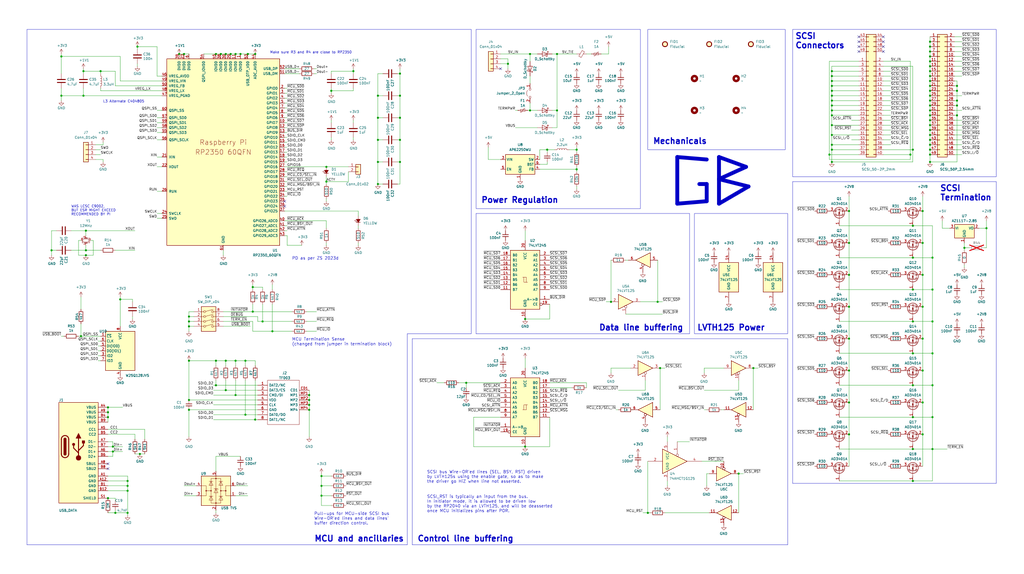
<source format=kicad_sch>
(kicad_sch (version 20230121) (generator eeschema)
  (paper "User" 529.996 297.002)
  (title_block (title "GBSCSI 2") (date "2024-08-04") (rev "1.0") (comment 1 "Drawn by; George Rudolf Mezzomo") (comment 2 "GBSCSI model 2, 2/2.54mm header, 2.5\" form factor compatible, discrete RP2350"))
  (junction (at 481.33 49.53))
  (junction (at 472.44 182.88))
  (junction (at 55.88 257.81))
  (junction (at 481.33 69.85))
  (junction (at 382.27 245.11))
  (junction (at 111.76 199.39))
  (junction (at 481.33 41.91))
  (junction (at 97.79 166.37))
  (junction (at 116.84 186.69))
  (junction (at 481.33 24.13))
  (junction (at 288.29 27.94))
  (junction (at 72.39 234.95))
  (junction (at 481.33 46.99))
  (junction (at 274.32 57.15))
  (junction (at 477.52 191.77))
  (junction (at 130.81 148.59))
  (junction (at 430.53 64.77))
  (junction (at 481.33 52.07))
  (junction (at 195.58 83.82))
  (junction (at 116.84 201.93))
  (junction (at 481.33 64.77))
  (junction (at 477.52 224.79))
  (junction (at 481.33 21.59))
  (junction (at 66.04 251.46))
  (junction (at 132.08 217.17))
  (junction (at 195.58 72.39))
  (junction (at 481.33 83.82))
  (junction (at 471.17 80.01))
  (junction (at 298.45 87.63))
  (junction (at 481.33 59.69))
  (junction (at 182.88 36.83))
  (junction (at 481.33 72.39))
  (junction (at 472.44 232.41))
  (junction (at 481.33 57.15))
  (junction (at 430.53 41.91))
  (junction (at 44.45 119.38))
  (junction (at 439.42 191.77))
  (junction (at 66.04 254))
  (junction (at 195.58 60.96))
  (junction (at 482.6 232.41))
  (junction (at 207.01 83.82))
  (junction (at 481.33 74.93))
  (junction (at 166.37 246.38))
  (junction (at 207.01 38.1))
  (junction (at 439.42 175.26))
  (junction (at 472.44 166.37))
  (junction (at 482.6 166.37))
  (junction (at 55.88 215.9))
  (junction (at 66.04 265.43) (diameter 0.9144))
  (junction (at 130.81 161.29))
  (junction (at 430.53 57.15))
  (junction (at 430.53 44.45))
  (junction (at 341.63 190.5))
  (junction (at 121.92 204.47))
  (junction (at 495.3 52.07))
  (junction (at 481.33 67.31))
  (junction (at 71.12 24.13))
  (junction (at 477.52 175.26))
  (junction (at 95.25 27.94))
  (junction (at 97.79 212.09))
  (junction (at 439.42 224.79))
  (junction (at 481.33 80.01))
  (junction (at 160.02 209.55))
  (junction (at 207.01 72.39))
  (junction (at 477.52 125.73))
  (junction (at 481.33 31.75))
  (junction (at 495.3 44.45))
  (junction (at 481.33 29.21))
  (junction (at 430.53 83.82))
  (junction (at 111.76 186.69))
  (junction (at 166.37 256.54))
  (junction (at 482.6 199.39))
  (junction (at 55.88 213.36))
  (junction (at 430.53 74.93))
  (junction (at 477.52 109.22))
  (junction (at 160.02 207.01))
  (junction (at 58.42 233.68) (diameter 0.9144))
  (junction (at 495.3 46.99))
  (junction (at 43.18 49.53))
  (junction (at 430.53 54.61))
  (junction (at 439.42 109.22))
  (junction (at 316.23 156.21))
  (junction (at 439.42 208.28))
  (junction (at 430.53 39.37))
  (junction (at 477.52 208.28))
  (junction (at 66.04 248.92))
  (junction (at 472.44 215.9))
  (junction (at 439.42 125.73))
  (junction (at 288.29 57.15))
  (junction (at 132.08 27.94))
  (junction (at 510.54 118.11))
  (junction (at 44.45 129.54))
  (junction (at 160.02 204.47))
  (junction (at 166.37 251.46))
  (junction (at 472.44 149.86))
  (junction (at 160.02 212.09))
  (junction (at 271.78 165.1))
  (junction (at 472.44 77.47))
  (junction (at 55.88 210.82))
  (junction (at 195.58 49.53))
  (junction (at 430.53 77.47))
  (junction (at 472.44 248.92))
  (junction (at 207.01 49.53))
  (junction (at 41.91 173.99))
  (junction (at 482.6 182.88))
  (junction (at 495.3 54.61))
  (junction (at 241.3 198.12))
  (junction (at 44.45 132.08))
  (junction (at 472.44 199.39))
  (junction (at 168.91 86.36))
  (junction (at 43.18 36.83))
  (junction (at 340.36 156.21))
  (junction (at 121.92 27.94))
  (junction (at 59.69 265.43))
  (junction (at 168.91 93.98))
  (junction (at 262.89 33.02))
  (junction (at 430.53 69.85))
  (junction (at 92.71 27.94))
  (junction (at 195.58 95.25))
  (junction (at 140.97 171.45))
  (junction (at 430.53 59.69))
  (junction (at 124.46 27.94))
  (junction (at 121.92 186.69))
  (junction (at 439.42 142.24))
  (junction (at 429.26 80.01))
  (junction (at 274.32 27.94))
  (junction (at 430.53 36.83))
  (junction (at 31.75 49.53))
  (junction (at 477.52 142.24))
  (junction (at 430.53 49.53))
  (junction (at 114.3 27.94))
  (junction (at 481.33 39.37))
  (junction (at 271.78 231.14))
  (junction (at 119.38 27.94))
  (junction (at 116.84 27.94))
  (junction (at 283.21 77.47))
  (junction (at 482.6 149.86))
  (junction (at 481.33 44.45))
  (junction (at 499.11 128.27))
  (junction (at 62.23 154.94))
  (junction (at 430.53 46.99))
  (junction (at 127 186.69))
  (junction (at 481.33 36.83))
  (junction (at 389.89 190.5))
  (junction (at 52.07 36.83))
  (junction (at 171.45 46.99))
  (junction (at 482.6 215.9))
  (junction (at 481.33 34.29))
  (junction (at 481.33 54.61))
  (junction (at 482.6 133.35))
  (junction (at 26.67 129.54))
  (junction (at 97.79 163.83))
  (junction (at 127 214.63))
  (junction (at 97.79 207.01))
  (junction (at 481.33 62.23))
  (junction (at 111.76 27.94))
  (junction (at 481.33 26.67))
  (junction (at 472.44 116.84))
  (junction (at 477.52 158.75))
  (junction (at 298.45 77.47))
  (junction (at 97.79 168.91))
  (junction (at 207.01 60.96))
  (junction (at 495.3 59.69))
  (junction (at 135.89 166.37))
  (junction (at 472.44 133.35))
  (junction (at 58.42 231.14) (diameter 0.9144))
  (junction (at 97.79 186.69))
  (junction (at 335.28 265.43))
  (junction (at 439.42 158.75))
  (junction (at 430.53 52.07))
  (junction (at 128.27 27.94))
  (junction (at 481.33 77.47))
  (junction (at 31.75 29.21))
  (no_connect (at 147.32 106.68))
  (no_connect (at 147.32 104.14))
  (no_connect (at 55.88 242.57))
  (no_connect (at 457.2 21.59))
  (no_connect (at 444.5 24.13))
  (no_connect (at 259.08 35.56))
  (no_connect (at 444.5 21.59))
  (no_connect (at 457.2 26.67))
  (no_connect (at 55.88 240.03))
  (no_connect (at 457.2 19.05))
  (no_connect (at 457.2 24.13))
  (no_connect (at 444.5 19.05))
  (no_connect (at 444.5 26.67))
  (wire (pts (xy 430.53 39.37) (xy 444.5 39.37)))
  (wire (pts (xy 49.53 82.55) (xy 53.34 82.55)))
  (wire (pts (xy 444.5 34.29) (xy 430.53 34.29)))
  (wire (pts (xy 180.34 88.9) (xy 180.34 93.98)))
  (wire (pts (xy 430.53 36.83) (xy 444.5 36.83)))
  (wire (pts (xy 147.32 121.92) (xy 148.59 121.92)))
  (wire (pts (xy 482.6 149.86) (xy 482.6 166.37)))
  (wire (pts (xy 26.67 129.54) (xy 26.67 132.08)))
  (wire (pts (xy 148.59 53.34) (xy 147.32 53.34)))
  (wire (pts (xy 298.45 76.2) (xy 298.45 77.47)))
  (wire (pts (xy 97.79 186.69) (xy 111.76 186.69)))
  (wire (pts (xy 148.59 119.38) (xy 147.32 119.38)))
  (wire (pts (xy 62.23 41.91) (xy 83.82 41.91)))
  (wire (pts (xy 130.81 161.29) (xy 151.13 161.29)))
  (wire (pts (xy 81.28 24.13) (xy 81.28 39.37)))
  (wire (pts (xy 41.91 153.67) (xy 41.91 160.02)))
  (wire (pts (xy 168.91 93.98) (xy 180.34 93.98)))
  (wire (pts (xy 430.53 46.99) (xy 444.5 46.99)))
  (wire (pts (xy 430.53 41.91) (xy 430.53 44.45)))
  (wire (pts (xy 430.53 59.69) (xy 444.5 59.69)))
  (wire (pts (xy 124.46 236.22) (xy 111.76 236.22)))
  (wire (pts (xy 430.53 69.85) (xy 444.5 69.85)))
  (wire (pts (xy 83.82 72.39) (xy 81.28 72.39)))
  (wire (pts (xy 350.52 228.6) (xy 356.87 228.6)))
  (wire (pts (xy 477.52 142.24) (xy 477.52 158.75)))
  (wire (pts (xy 497.84 34.29) (xy 494.03 34.29)))
  (wire (pts (xy 148.59 71.12) (xy 147.32 71.12)))
  (wire (pts (xy 55.88 265.43) (xy 59.69 265.43)))
  (wire (pts (xy 116.84 186.69) (xy 111.76 186.69)))
  (wire (pts (xy 92.71 27.94) (xy 95.25 27.94)))
  (wire (pts (xy 471.17 82.55) (xy 429.26 82.55)))
  (wire (pts (xy 241.3 198.12) (xy 259.08 198.12)))
  (wire (pts (xy 245.11 215.9) (xy 245.11 231.14)))
  (wire (pts (xy 110.49 201.93) (xy 116.84 201.93)))
  (wire (pts (xy 495.3 54.61) (xy 494.03 54.61)))
  (wire (pts (xy 110.49 214.63) (xy 127 214.63)))
  (wire (pts (xy 166.37 246.38) (xy 166.37 245.11)))
  (wire (pts (xy 66.04 254) (xy 66.04 265.43)))
  (wire (pts (xy 133.35 212.09) (xy 97.79 212.09)))
  (wire (pts (xy 195.58 83.82) (xy 195.58 72.39)))
  (wire (pts (xy 147.32 35.56) (xy 154.94 35.56)))
  (wire (pts (xy 171.45 256.54) (xy 166.37 256.54)))
  (wire (pts (xy 461.01 49.53) (xy 457.2 49.53)))
  (wire (pts (xy 430.53 83.82) (xy 472.44 83.82)))
  (wire (pts (xy 430.53 77.47) (xy 430.53 74.93)))
  (wire (pts (xy 461.01 52.07) (xy 457.2 52.07)))
  (wire (pts (xy 457.2 59.69) (xy 461.01 59.69)))
  (wire (pts (xy 364.49 212.09) (xy 365.76 212.09)))
  (polyline (pts (xy 210.82 281.94) (xy 210.82 172.72)))
  (wire (pts (xy 62.23 154.94) (xy 62.23 168.91)))
  (wire (pts (xy 284.48 231.14) (xy 284.48 215.9)))
  (wire (pts (xy 46.99 124.46) (xy 48.26 124.46)))
  (wire (pts (xy 434.34 248.92) (xy 472.44 248.92)))
  (wire (pts (xy 158.75 171.45) (xy 163.83 171.45)))
  (wire (pts (xy 477.52 208.28) (xy 477.52 224.79)))
  (wire (pts (xy 481.33 77.47) (xy 481.33 80.01)))
  (wire (pts (xy 345.44 251.46) (xy 345.44 248.92)))
  (polyline (pts (xy 407.67 281.94) (xy 407.67 175.26)))
  (wire (pts (xy 97.79 166.37) (xy 100.33 166.37)))
  (wire (pts (xy 207.01 83.82) (xy 207.01 95.25)))
  (wire (pts (xy 121.92 186.69) (xy 116.84 186.69)))
  (wire (pts (xy 274.32 39.37) (xy 274.32 43.18)))
  (wire (pts (xy 271.78 185.42) (xy 271.78 190.5)))
  (wire (pts (xy 344.17 190.5) (xy 341.63 190.5)))
  (wire (pts (xy 495.3 52.07) (xy 494.03 52.07)))
  (wire (pts (xy 430.53 46.99) (xy 430.53 49.53)))
  (wire (pts (xy 36.83 119.38) (xy 44.45 119.38)))
  (wire (pts (xy 288.29 66.04) (xy 285.75 66.04)))
  (wire (pts (xy 439.42 158.75) (xy 439.42 175.26)))
  (polyline (pts (xy 243.84 172.72) (xy 243.84 15.24)))
  (wire (pts (xy 128.27 256.54) (xy 121.92 256.54)))
  (wire (pts (xy 434.34 182.88) (xy 472.44 182.88)))
  (wire (pts (xy 457.2 31.75) (xy 471.17 31.75)))
  (wire (pts (xy 115.57 163.83) (xy 133.35 163.83)))
  (wire (pts (xy 259.08 33.02) (xy 262.89 33.02)))
  (wire (pts (xy 499.11 137.16) (xy 499.11 138.43)))
  (wire (pts (xy 43.18 36.83) (xy 52.07 36.83)))
  (wire (pts (xy 171.45 36.83) (xy 182.88 36.83)))
  (wire (pts (xy 482.6 166.37) (xy 482.6 182.88)))
  (wire (pts (xy 148.59 60.96) (xy 147.32 60.96)))
  (wire (pts (xy 81.28 63.5) (xy 83.82 63.5)))
  (wire (pts (xy 128.27 251.46) (xy 121.92 251.46)))
  (wire (pts (xy 97.79 168.91) (xy 97.79 171.45)))
  (wire (pts (xy 171.45 71.12) (xy 171.45 72.39)))
  (wire (pts (xy 110.49 204.47) (xy 121.92 204.47)))
  (wire (pts (xy 472.44 199.39) (xy 482.6 199.39)))
  (wire (pts (xy 133.35 163.83) (xy 133.35 166.37)))
  (wire (pts (xy 83.82 57.15) (xy 81.28 57.15)))
  (wire (pts (xy 497.84 80.01) (xy 494.03 80.01)))
  (wire (pts (xy 29.21 119.38) (xy 26.67 119.38)))
  (wire (pts (xy 147.32 86.36) (xy 168.91 86.36)))
  (wire (pts (xy 457.2 80.01) (xy 471.17 80.01)))
  (wire (pts (xy 132.08 186.69) (xy 132.08 189.23)))
  (wire (pts (xy 121.92 204.47) (xy 133.35 204.47)))
  (wire (pts (xy 440.69 72.39) (xy 444.5 72.39)))
  (wire (pts (xy 53.34 74.93) (xy 53.34 73.66)))
  (wire (pts (xy 506.73 118.11) (xy 510.54 118.11)))
  (wire (pts (xy 185.42 111.76) (xy 185.42 109.22)))
  (wire (pts (xy 97.79 163.83) (xy 97.79 166.37)))
  (wire (pts (xy 284.48 198.12) (xy 303.53 198.12)))
  (wire (pts (xy 148.59 68.58) (xy 147.32 68.58)))
  (wire (pts (xy 182.88 46.99) (xy 182.88 45.72)))
  (wire (pts (xy 166.37 256.54) (xy 166.37 251.46)))
  (wire (pts (xy 43.18 45.72) (xy 43.18 49.53)))
  (wire (pts (xy 481.33 67.31) (xy 481.33 69.85)))
  (wire (pts (xy 148.59 88.9) (xy 147.32 88.9)))
  (polyline (pts (xy 387.35 96.52) (xy 372.11 92.71)) (stroke (width 2)))
  (wire (pts (xy 497.84 29.21) (xy 494.03 29.21)))
  (wire (pts (xy 41.91 167.64) (xy 41.91 173.99)))
  (wire (pts (xy 283.21 77.47) (xy 283.21 78.74)))
  (wire (pts (xy 439.42 191.77) (xy 439.42 208.28)))
  (wire (pts (xy 259.08 82.55) (xy 252.73 82.55)))
  (wire (pts (xy 364.49 201.93) (xy 382.27 201.93)))
  (wire (pts (xy 74.93 222.25) (xy 55.88 222.25)))
  (wire (pts (xy 430.53 64.77) (xy 430.53 69.85)))
  (polyline (pts (xy 356.87 110.49) (xy 246.38 110.49)))
  (wire (pts (xy 207.01 49.53) (xy 207.01 60.96)))
  (wire (pts (xy 128.27 27.94) (xy 132.08 27.94)))
  (wire (pts (xy 71.12 24.13) (xy 71.12 25.4)))
  (wire (pts (xy 148.59 76.2) (xy 147.32 76.2)))
  (wire (pts (xy 497.84 36.83) (xy 494.03 36.83)))
  (wire (pts (xy 481.33 62.23) (xy 481.33 64.77)))
  (wire (pts (xy 111.76 199.39) (xy 133.35 199.39)))
  (wire (pts (xy 58.42 233.68) (xy 58.42 236.22)))
  (wire (pts (xy 111.76 236.22) (xy 111.76 243.84)))
  (wire (pts (xy 259.08 27.94) (xy 274.32 27.94)))
  (wire (pts (xy 55.88 228.6) (xy 58.42 228.6)))
  (wire (pts (xy 97.79 166.37) (xy 97.79 168.91)))
  (wire (pts (xy 303.53 27.94) (xy 306.07 27.94)))
  (polyline (pts (xy 350.52 81.28) (xy 350.52 105.41)) (stroke (width 2)))
  (wire (pts (xy 495.3 59.69) (xy 495.3 83.82)))
  (wire (pts (xy 365.76 245.11) (xy 365.76 251.46)))
  (wire (pts (xy 168.91 125.73) (xy 168.91 127)))
  (wire (pts (xy 298.45 27.94) (xy 288.29 27.94)))
  (wire (pts (xy 283.21 77.47) (xy 287.02 77.47)))
  (wire (pts (xy 461.01 67.31) (xy 457.2 67.31)))
  (polyline (pts (xy 372.11 105.41) (xy 387.35 96.52)) (stroke (width 2)))
  (wire (pts (xy 288.29 27.94) (xy 288.29 57.15)))
  (wire (pts (xy 501.65 128.27) (xy 499.11 128.27)))
  (wire (pts (xy 116.84 27.94) (xy 119.38 27.94)))
  (wire (pts (xy 294.64 77.47) (xy 298.45 77.47)))
  (wire (pts (xy 52.07 181.61) (xy 50.8 181.61)))
  (wire (pts (xy 148.59 50.8) (xy 147.32 50.8)))
  (wire (pts (xy 198.12 83.82) (xy 195.58 83.82)))
  (wire (pts (xy 171.45 38.1) (xy 171.45 36.83)))
  (polyline (pts (xy 365.76 82.55) (xy 350.52 81.28)) (stroke (width 2)))
  (wire (pts (xy 279.4 87.63) (xy 298.45 87.63)))
  (wire (pts (xy 36.83 129.54) (xy 44.45 129.54)))
  (wire (pts (xy 116.84 196.85) (xy 116.84 201.93)))
  (wire (pts (xy 163.83 166.37) (xy 158.75 166.37)))
  (wire (pts (xy 111.76 27.94) (xy 114.3 27.94)))
  (wire (pts (xy 477.52 175.26) (xy 477.52 191.77)))
  (wire (pts (xy 495.3 41.91) (xy 494.03 41.91)))
  (wire (pts (xy 97.79 207.01) (xy 97.79 186.69)))
  (wire (pts (xy 110.49 199.39) (xy 111.76 199.39)))
  (wire (pts (xy 461.01 57.15) (xy 457.2 57.15)))
  (wire (pts (xy 205.74 72.39) (xy 207.01 72.39)))
  (wire (pts (xy 457.2 77.47) (xy 472.44 77.47)))
  (wire (pts (xy 237.49 198.12) (xy 241.3 198.12)))
  (wire (pts (xy 382.27 245.11) (xy 382.27 265.43)))
  (wire (pts (xy 148.59 91.44) (xy 147.32 91.44)))
  (wire (pts (xy 207.01 35.56) (xy 207.01 38.1)))
  (wire (pts (xy 472.44 232.41) (xy 482.6 232.41)))
  (wire (pts (xy 110.49 209.55) (xy 133.35 209.55)))
  (wire (pts (xy 97.79 168.91) (xy 100.33 168.91)))
  (wire (pts (xy 58.42 236.22) (xy 55.88 236.22)))
  (polyline (pts (xy 372.11 81.28) (xy 386.08 86.36)) (stroke (width 2)))
  (wire (pts (xy 434.34 199.39) (xy 472.44 199.39)))
  (wire (pts (xy 461.01 46.99) (xy 457.2 46.99)))
  (wire (pts (xy 472.44 182.88) (xy 482.6 182.88)))
  (wire (pts (xy 44.45 129.54) (xy 52.07 129.54)))
  (polyline (pts (xy 13.97 15.24) (xy 243.84 15.24)))
  (wire (pts (xy 168.91 86.36) (xy 180.34 86.36)))
  (wire (pts (xy 83.82 99.06) (xy 81.28 99.06)))
  (wire (pts (xy 162.56 35.56) (xy 163.83 35.56)))
  (wire (pts (xy 66.04 251.46) (xy 66.04 254)))
  (wire (pts (xy 491.49 118.11) (xy 487.68 118.11)))
  (wire (pts (xy 148.59 99.06) (xy 147.32 99.06)))
  (wire (pts (xy 316.23 190.5) (xy 316.23 193.04)))
  (wire (pts (xy 495.3 41.91) (xy 495.3 44.45)))
  (wire (pts (xy 288.29 57.15) (xy 285.75 57.15)))
  (wire (pts (xy 121.92 196.85) (xy 121.92 204.47)))
  (polyline (pts (xy 356.87 172.72) (xy 356.87 110.49)))
  (polyline (pts (xy 213.36 175.26) (xy 407.67 175.26)))
  (wire (pts (xy 148.59 48.26) (xy 147.32 48.26)))
  (wire (pts (xy 110.49 217.17) (xy 132.08 217.17)))
  (wire (pts (xy 335.28 238.76) (xy 335.28 265.43)))
  (wire (pts (xy 345.44 226.06) (xy 345.44 228.6)))
  (wire (pts (xy 100.33 161.29) (xy 97.79 161.29)))
  (wire (pts (xy 266.7 66.04) (xy 278.13 66.04)))
  (wire (pts (xy 55.88 218.44) (xy 55.88 215.9)))
  (polyline (pts (xy 246.38 110.49) (xy 246.38 172.72)))
  (wire (pts (xy 298.45 96.52) (xy 298.45 97.79)))
  (wire (pts (xy 111.76 196.85) (xy 111.76 199.39)))
  (wire (pts (xy 472.44 215.9) (xy 482.6 215.9)))
  (wire (pts (xy 439.42 208.28) (xy 439.42 224.79)))
  (wire (pts (xy 140.97 171.45) (xy 130.81 171.45)))
  (wire (pts (xy 66.04 246.38) (xy 66.04 248.92)))
  (wire (pts (xy 285.75 27.94) (xy 288.29 27.94)))
  (wire (pts (xy 44.45 119.38) (xy 44.45 121.92)))
  (wire (pts (xy 472.44 248.92) (xy 482.6 248.92)))
  (wire (pts (xy 168.91 91.44) (xy 168.91 93.98)))
  (wire (pts (xy 298.45 87.63) (xy 298.45 88.9)))
  (wire (pts (xy 55.88 246.38) (xy 66.04 246.38)))
  (wire (pts (xy 439.42 125.73) (xy 439.42 142.24)))
  (wire (pts (xy 316.23 190.5) (xy 326.39 190.5)))
  (wire (pts (xy 430.53 57.15) (xy 444.5 57.15)))
  (wire (pts (xy 241.3 200.66) (xy 241.3 198.12)))
  (wire (pts (xy 252.73 82.55) (xy 252.73 76.2)))
  (wire (pts (xy 101.6 256.54) (xy 95.25 256.54)))
  (wire (pts (xy 48.26 124.46) (xy 48.26 132.08)))
  (polyline (pts (xy 372.11 81.28) (xy 372.11 105.41)) (stroke (width 2)))
  (wire (pts (xy 101.6 251.46) (xy 95.25 251.46)))
  (wire (pts (xy 74.93 227.33) (xy 74.93 222.25)))
  (wire (pts (xy 182.88 71.12) (xy 182.88 72.39)))
  (wire (pts (xy 373.38 212.09) (xy 374.65 212.09)))
  (wire (pts (xy 472.44 133.35) (xy 482.6 133.35)))
  (wire (pts (xy 481.33 46.99) (xy 481.33 49.53)))
  (wire (pts (xy 283.21 77.47) (xy 279.4 77.47)))
  (wire (pts (xy 121.92 27.94) (xy 124.46 27.94)))
  (wire (pts (xy 279.4 85.09) (xy 283.21 85.09)))
  (wire (pts (xy 430.53 54.61) (xy 444.5 54.61)))
  (wire (pts (xy 457.2 62.23) (xy 461.01 62.23)))
  (wire (pts (xy 140.97 147.32) (xy 140.97 149.86)))
  (wire (pts (xy 81.28 60.96) (xy 83.82 60.96)))
  (wire (pts (xy 245.11 231.14) (xy 271.78 231.14)))
  (wire (pts (xy 434.34 166.37) (xy 472.44 166.37)))
  (wire (pts (xy 71.12 34.29) (xy 71.12 33.02)))
  (wire (pts (xy 171.45 46.99) (xy 182.88 46.99)))
  (wire (pts (xy 62.23 153.67) (xy 62.23 154.94)))
  (wire (pts (xy 135.89 149.86) (xy 135.89 148.59)))
  (wire (pts (xy 444.5 62.23) (xy 440.69 62.23)))
  (wire (pts (xy 140.97 157.48) (xy 140.97 171.45)))
  (wire (pts (xy 262.89 33.02) (xy 262.89 35.56)))
  (wire (pts (xy 127 186.69) (xy 132.08 186.69)))
  (wire (pts (xy 160.02 209.55) (xy 160.02 212.09)))
  (wire (pts (xy 497.84 26.67) (xy 494.03 26.67)))
  (wire (pts (xy 481.33 21.59) (xy 481.33 24.13)))
  (wire (pts (xy 363.22 238.76) (xy 374.65 238.76)))
  (wire (pts (xy 130.81 147.32) (xy 130.81 148.59)))
  (wire (pts (xy 58.42 231.14) (xy 55.88 231.14)))
  (wire (pts (xy 279.4 77.47) (xy 279.4 82.55)))
  (wire (pts (xy 148.59 63.5) (xy 147.32 63.5)))
  (wire (pts (xy 482.6 232.41) (xy 490.22 232.41)))
  (wire (pts (xy 148.59 93.98) (xy 147.32 93.98)))
  (wire (pts (xy 389.89 190.5) (xy 389.89 212.09)))
  (wire (pts (xy 115.57 166.37) (xy 130.81 166.37)))
  (wire (pts (xy 497.84 21.59) (xy 494.03 21.59)))
  (wire (pts (xy 121.92 186.69) (xy 127 186.69)))
  (wire (pts (xy 273.05 57.15) (xy 274.32 57.15)))
  (wire (pts (xy 148.59 66.04) (xy 147.32 66.04)))
  (wire (pts (xy 259.08 215.9) (xy 245.11 215.9)))
  (wire (pts (xy 439.42 142.24) (xy 439.42 158.75)))
  (wire (pts (xy 111.76 264.16) (xy 111.76 265.43)))
  (wire (pts (xy 171.45 45.72) (xy 171.45 46.99)))
  (wire (pts (xy 72.39 234.95) (xy 69.85 234.95)))
  (wire (pts (xy 114.3 27.94) (xy 116.84 27.94)))
  (wire (pts (xy 311.15 27.94) (xy 314.96 27.94)))
  (wire (pts (xy 63.5 210.82) (xy 55.88 210.82)))
  (wire (pts (xy 115.57 161.29) (xy 130.81 161.29)))
  (wire (pts (xy 68.58 154.94) (xy 62.23 154.94)))
  (wire (pts (xy 148.59 55.88) (xy 147.32 55.88)))
  (polyline (pts (xy 386.08 86.36) (xy 386.08 86.36)) (stroke (width 2)))
  (wire (pts (xy 83.82 110.49) (xy 81.28 110.49)))
  (wire (pts (xy 481.33 74.93) (xy 481.33 77.47)))
  (wire (pts (xy 477.52 191.77) (xy 477.52 208.28)))
  (wire (pts (xy 55.88 254) (xy 66.04 254)))
  (wire (pts (xy 148.59 96.52) (xy 147.32 96.52)))
  (wire (pts (xy 171.45 261.62) (xy 166.37 261.62)))
  (wire (pts (xy 205.74 83.82) (xy 207.01 83.82)))
  (wire (pts (xy 499.11 128.27) (xy 499.11 125.73)))
  (wire (pts (xy 198.12 49.53) (xy 195.58 49.53)))
  (wire (pts (xy 198.12 60.96) (xy 195.58 60.96)))
  (wire (pts (xy 481.33 72.39) (xy 481.33 74.93)))
  (wire (pts (xy 130.81 148.59) (xy 135.89 148.59)))
  (wire (pts (xy 327.66 212.09) (xy 326.39 212.09)))
  (wire (pts (xy 83.82 113.03) (xy 81.28 113.03)))
  (wire (pts (xy 148.59 116.84) (xy 147.32 116.84)))
  (wire (pts (xy 477.52 109.22) (xy 477.52 125.73)))
  (wire (pts (xy 168.91 93.98) (xy 168.91 95.25)))
  (wire (pts (xy 40.64 132.08) (xy 40.64 124.46)))
  (wire (pts (xy 472.44 77.47) (xy 472.44 83.82)))
  (wire (pts (xy 461.01 69.85) (xy 457.2 69.85)))
  (wire (pts (xy 439.42 224.79) (xy 439.42 241.3)))
  (wire (pts (xy 226.06 198.12) (xy 229.87 198.12)))
  (wire (pts (xy 274.32 57.15) (xy 278.13 57.15)))
  (wire (pts (xy 434.34 133.35) (xy 472.44 133.35)))
  (wire (pts (xy 335.28 265.43) (xy 336.55 265.43)))
  (wire (pts (xy 510.54 118.11) (xy 510.54 114.3)))
  (wire (pts (xy 481.33 41.91) (xy 481.33 44.45)))
  (wire (pts (xy 331.47 156.21) (xy 340.36 156.21)))
  (wire (pts (xy 40.64 124.46) (xy 41.91 124.46)))
  (wire (pts (xy 52.07 36.83) (xy 52.07 38.1)))
  (wire (pts (xy 430.53 44.45) (xy 444.5 44.45)))
  (wire (pts (xy 55.88 248.92) (xy 66.04 248.92)))
  (wire (pts (xy 499.11 129.54) (xy 499.11 128.27)))
  (wire (pts (xy 160.02 207.01) (xy 160.02 209.55)))
  (wire (pts (xy 461.01 39.37) (xy 457.2 39.37)))
  (wire (pts (xy 481.33 49.53) (xy 481.33 52.07)))
  (wire (pts (xy 135.89 157.48) (xy 135.89 166.37)))
  (wire (pts (xy 487.68 118.11) (xy 487.68 114.3)))
  (wire (pts (xy 127 186.69) (xy 127 189.23)))
  (wire (pts (xy 97.79 161.29) (xy 97.79 163.83)))
  (wire (pts (xy 148.59 81.28) (xy 147.32 81.28)))
  (wire (pts (xy 481.33 80.01) (xy 481.33 83.82)))
  (wire (pts (xy 207.01 38.1) (xy 207.01 49.53)))
  (wire (pts (xy 332.74 265.43) (xy 335.28 265.43)))
  (wire (pts (xy 151.13 171.45) (xy 140.97 171.45)))
  (wire (pts (xy 494.03 59.69) (xy 495.3 59.69)))
  (polyline (pts (xy 213.36 175.26) (xy 213.36 281.94)))
  (wire (pts (xy 472.44 34.29) (xy 472.44 77.47)))
  (wire (pts (xy 439.42 101.6) (xy 439.42 109.22)))
  (wire (pts (xy 148.59 101.6) (xy 147.32 101.6)))
  (wire (pts (xy 59.69 265.43) (xy 66.04 265.43)))
  (wire (pts (xy 31.75 29.21) (xy 31.75 38.1)))
  (wire (pts (xy 127 196.85) (xy 127 214.63)))
  (wire (pts (xy 111.76 186.69) (xy 111.76 189.23)))
  (wire (pts (xy 205.74 49.53) (xy 207.01 49.53)))
  (wire (pts (xy 31.75 49.53) (xy 43.18 49.53)))
  (wire (pts (xy 481.33 69.85) (xy 481.33 72.39)))
  (wire (pts (xy 160.02 201.93) (xy 160.02 204.47)))
  (wire (pts (xy 262.89 30.48) (xy 262.89 33.02)))
  (polyline (pts (xy 246.38 172.72) (xy 356.87 172.72)))
  (wire (pts (xy 171.45 251.46) (xy 166.37 251.46)))
  (wire (pts (xy 495.3 44.45) (xy 495.3 46.99)))
  (wire (pts (xy 341.63 190.5) (xy 341.63 212.09)))
  (wire (pts (xy 105.41 27.94) (xy 111.76 27.94)))
  (wire (pts (xy 43.18 38.1) (xy 43.18 36.83)))
  (wire (pts (xy 55.88 213.36) (xy 55.88 210.82)))
  (wire (pts (xy 148.59 127) (xy 156.21 127)))
  (wire (pts (xy 495.3 46.99) (xy 494.03 46.99)))
  (wire (pts (xy 497.84 69.85) (xy 494.03 69.85)))
  (wire (pts (xy 207.01 72.39) (xy 207.01 83.82)))
  (wire (pts (xy 59.69 129.54) (xy 69.85 129.54)))
  (wire (pts (xy 271.78 231.14) (xy 284.48 231.14)))
  (wire (pts (xy 81.28 39.37) (xy 83.82 39.37)))
  (wire (pts (xy 472.44 149.86) (xy 482.6 149.86)))
  (wire (pts (xy 481.33 26.67) (xy 481.33 29.21)))
  (wire (pts (xy 130.81 171.45) (xy 130.81 166.37)))
  (wire (pts (xy 44.45 119.38) (xy 69.85 119.38)))
  (wire (pts (xy 439.42 175.26) (xy 439.42 191.77)))
  (wire (pts (xy 364.49 190.5) (xy 364.49 193.04)))
  (wire (pts (xy 171.45 246.38) (xy 166.37 246.38)))
  (wire (pts (xy 461.01 44.45) (xy 457.2 44.45)))
  (wire (pts (xy 266.7 57.15) (xy 267.97 57.15)))
  (wire (pts (xy 166.37 261.62) (xy 166.37 256.54)))
  (wire (pts (xy 481.33 36.83) (xy 481.33 39.37)))
  (wire (pts (xy 133.35 166.37) (xy 135.89 166.37)))
  (polyline (pts (xy 372.11 92.71) (xy 372.11 92.71)) (stroke (width 2)))
  (wire (pts (xy 185.42 109.22) (xy 147.32 109.22)))
  (wire (pts (xy 434.34 149.86) (xy 472.44 149.86)))
  (wire (pts (xy 314.96 27.94) (xy 314.96 24.13)))
  (wire (pts (xy 429.26 31.75) (xy 429.26 80.01)))
  (wire (pts (xy 481.33 31.75) (xy 481.33 34.29)))
  (wire (pts (xy 130.81 157.48) (xy 130.81 161.29)))
  (polyline (pts (xy 387.35 96.52) (xy 387.35 96.52)) (stroke (width 2)))
  (wire (pts (xy 482.6 182.88) (xy 482.6 199.39)))
  (wire (pts (xy 384.81 245.11) (xy 382.27 245.11)))
  (wire (pts (xy 392.43 190.5) (xy 389.89 190.5)))
  (wire (pts (xy 481.33 24.13) (xy 481.33 26.67)))
  (wire (pts (xy 434.34 232.41) (xy 472.44 232.41)))
  (wire (pts (xy 482.6 215.9) (xy 482.6 232.41)))
  (wire (pts (xy 495.3 52.07) (xy 495.3 54.61)))
  (wire (pts (xy 430.53 64.77) (xy 444.5 64.77)))
  (polyline (pts (xy 210.82 172.72) (xy 243.84 172.72)))
  (wire (pts (xy 313.69 156.21) (xy 316.23 156.21)))
  (wire (pts (xy 49.53 77.47) (xy 52.07 77.47)))
  (wire (pts (xy 81.28 81.28) (xy 83.82 81.28)))
  (wire (pts (xy 166.37 251.46) (xy 166.37 246.38)))
  (wire (pts (xy 274.32 53.34) (xy 274.32 57.15)))
  (wire (pts (xy 323.85 134.62) (xy 325.12 134.62)))
  (wire (pts (xy 497.84 31.75) (xy 494.03 31.75)))
  (wire (pts (xy 429.26 82.55) (xy 429.26 80.01)))
  (wire (pts (xy 430.53 52.07) (xy 444.5 52.07)))
  (wire (pts (xy 303.53 200.66) (xy 303.53 198.12)))
  (wire (pts (xy 430.53 44.45) (xy 430.53 46.99)))
  (wire (pts (xy 160.02 212.09) (xy 160.02 226.06)))
  (wire (pts (xy 207.01 60.96) (xy 207.01 72.39)))
  (wire (pts (xy 344.17 265.43) (xy 367.03 265.43)))
  (wire (pts (xy 53.34 82.55) (xy 53.34 83.82)))
  (polyline (pts (xy 13.97 281.94) (xy 210.82 281.94)))
  (wire (pts (xy 195.58 72.39) (xy 195.58 60.96)))
  (wire (pts (xy 83.82 86.36) (xy 81.28 86.36)))
  (wire (pts (xy 43.18 49.53) (xy 83.82 49.53)))
  (wire (pts (xy 284.48 157.48) (xy 284.48 165.1)))
  (wire (pts (xy 68.58 163.83) (xy 68.58 165.1)))
  (wire (pts (xy 482.6 199.39) (xy 482.6 215.9)))
  (wire (pts (xy 168.91 102.87) (xy 168.91 104.14)))
  (wire (pts (xy 430.53 77.47) (xy 444.5 77.47)))
  (wire (pts (xy 430.53 59.69) (xy 430.53 64.77)))
  (wire (pts (xy 171.45 63.5) (xy 171.45 62.23)))
  (wire (pts (xy 495.3 46.99) (xy 495.3 52.07)))
  (wire (pts (xy 430.53 34.29) (xy 430.53 36.83)))
  (wire (pts (xy 278.13 27.94) (xy 274.32 27.94)))
  (wire (pts (xy 298.45 86.36) (xy 298.45 87.63)))
  (wire (pts (xy 182.88 35.56) (xy 182.88 36.83)))
  (wire (pts (xy 130.81 148.59) (xy 130.81 149.86)))
  (wire (pts (xy 510.54 128.27) (xy 510.54 118.11)))
  (wire (pts (xy 52.07 46.99) (xy 52.07 45.72)))
  (wire (pts (xy 374.65 190.5) (xy 364.49 190.5)))
  (wire (pts (xy 482.6 232.41) (xy 482.6 248.92)))
  (wire (pts (xy 430.53 36.83) (xy 430.53 39.37)))
  (wire (pts (xy 160.02 204.47) (xy 160.02 207.01)))
  (wire (pts (xy 494.03 57.15) (xy 497.84 57.15)))
  (wire (pts (xy 148.59 83.82) (xy 147.32 83.82)))
  (wire (pts (xy 461.01 36.83) (xy 457.2 36.83)))
  (wire (pts (xy 440.69 67.31) (xy 444.5 67.31)))
  (polyline (pts (xy 361.95 95.25) (xy 365.76 95.25)) (stroke (width 2)))
  (wire (pts (xy 31.75 27.94) (xy 31.75 29.21)))
  (wire (pts (xy 471.17 80.01) (xy 471.17 31.75)))
  (wire (pts (xy 340.36 134.62) (xy 340.36 156.21)))
  (wire (pts (xy 481.33 44.45) (xy 481.33 46.99)))
  (wire (pts (xy 318.77 212.09) (xy 320.04 212.09)))
  (wire (pts (xy 205.74 60.96) (xy 207.01 60.96)))
  (polyline (pts (xy 372.11 92.71) (xy 386.08 86.36)) (stroke (width 2)))
  (polyline (pts (xy 13.97 281.94) (xy 13.97 15.24)))
  (wire (pts (xy 69.85 227.33) (xy 69.85 224.79)))
  (wire (pts (xy 430.53 49.53) (xy 444.5 49.53)))
  (wire (pts (xy 429.26 80.01) (xy 444.5 80.01)))
  (wire (pts (xy 481.33 54.61) (xy 481.33 57.15)))
  (wire (pts (xy 382.27 201.93) (xy 382.27 196.85)))
  (wire (pts (xy 367.03 245.11) (xy 365.76 245.11)))
  (wire (pts (xy 477.52 158.75) (xy 477.52 175.26)))
  (wire (pts (xy 81.28 68.58) (xy 83.82 68.58)))
  (wire (pts (xy 66.04 265.43) (xy 66.04 266.7)))
  (wire (pts (xy 68.58 156.21) (xy 68.58 154.94)))
  (wire (pts (xy 430.53 69.85) (xy 430.53 74.93)))
  (wire (pts (xy 497.84 74.93) (xy 494.03 74.93)))
  (wire (pts (xy 497.84 67.31) (xy 494.03 67.31)))
  (wire (pts (xy 119.38 27.94) (xy 121.92 27.94)))
  (wire (pts (xy 59.69 44.45) (xy 59.69 36.83)))
  (wire (pts (xy 66.04 248.92) (xy 66.04 251.46)))
  (wire (pts (xy 83.82 44.45) (xy 59.69 44.45)))
  (wire (pts (xy 49.53 80.01) (xy 52.07 80.01)))
  (wire (pts (xy 430.53 49.53) (xy 430.53 52.07)))
  (wire (pts (xy 461.01 64.77) (xy 457.2 64.77)))
  (wire (pts (xy 430.53 83.82) (xy 430.53 77.47)))
  (wire (pts (xy 439.42 109.22) (xy 439.42 125.73)))
  (wire (pts (xy 481.33 59.69) (xy 481.33 62.23)))
  (wire (pts (xy 477.52 101.6) (xy 477.52 109.22)))
  (wire (pts (xy 121.92 186.69) (xy 121.92 189.23)))
  (wire (pts (xy 132.08 196.85) (xy 132.08 217.17)))
  (wire (pts (xy 342.9 162.56) (xy 323.85 162.56)))
  (wire (pts (xy 52.07 46.99) (xy 83.82 46.99)))
  (wire (pts (xy 481.33 19.05) (xy 481.33 21.59)))
  (wire (pts (xy 481.33 29.21) (xy 481.33 31.75)))
  (wire (pts (xy 434.34 215.9) (xy 472.44 215.9)))
  (wire (pts (xy 148.59 45.72) (xy 147.32 45.72)))
  (wire (pts (xy 41.91 173.99) (xy 52.07 173.99)))
  (wire (pts (xy 195.58 83.82) (xy 195.58 95.25)))
  (wire (pts (xy 495.3 44.45) (xy 494.03 44.45)))
  (wire (pts (xy 40.64 173.99) (xy 41.91 173.99)))
  (wire (pts (xy 147.32 38.1) (xy 154.94 38.1)))
  (wire (pts (xy 497.84 72.39) (xy 494.03 72.39)))
  (wire (pts (xy 481.33 52.07) (xy 481.33 54.61)))
  (wire (pts (xy 198.12 95.25) (xy 195.58 95.25)))
  (wire (pts (xy 182.88 38.1) (xy 182.88 36.83)))
  (wire (pts (xy 271.78 119.38) (xy 271.78 124.46)))
  (wire (pts (xy 31.75 45.72) (xy 31.75 49.53)))
  (wire (pts (xy 195.58 60.96) (xy 195.58 49.53)))
  (wire (pts (xy 461.01 41.91) (xy 457.2 41.91)))
  (wire (pts (xy 59.69 257.81) (xy 59.69 259.08)))
  (wire (pts (xy 185.42 125.73) (xy 185.42 127)))
  (wire (pts (xy 461.01 74.93) (xy 457.2 74.93)))
  (wire (pts (xy 52.07 179.07) (xy 50.8 179.07)))
  (wire (pts (xy 430.53 41.91) (xy 444.5 41.91)))
  (wire (pts (xy 495.3 54.61) (xy 495.3 59.69)))
  (wire (pts (xy 29.21 129.54) (xy 26.67 129.54)))
  (wire (pts (xy 342.9 156.21) (xy 340.36 156.21)))
  (wire (pts (xy 132.08 217.17) (xy 133.35 217.17)))
  (wire (pts (xy 482.6 116.84) (xy 482.6 133.35)))
  (wire (pts (xy 334.01 201.93) (xy 334.01 196.85)))
  (polyline (pts (xy 213.36 281.94) (xy 407.67 281.94)))
  (wire (pts (xy 50.8 176.53) (xy 52.07 176.53)))
  (wire (pts (xy 133.35 207.01) (xy 97.79 207.01)))
  (wire (pts (xy 497.84 24.13) (xy 494.03 24.13)))
  (wire (pts (xy 148.59 58.42) (xy 147.32 58.42)))
  (wire (pts (xy 430.53 39.37) (xy 430.53 41.91)))
  (wire (pts (xy 71.12 24.13) (xy 81.28 24.13)))
  (wire (pts (xy 74.93 234.95) (xy 72.39 234.95)))
  (wire (pts (xy 58.42 233.68) (xy 63.5 233.68)))
  (wire (pts (xy 494.03 49.53) (xy 497.84 49.53)))
  (wire (pts (xy 185.42 116.84) (xy 185.42 118.11)))
  (wire (pts (xy 26.67 119.38) (xy 26.67 129.54)))
  (wire (pts (xy 444.5 31.75) (xy 429.26 31.75)))
  (wire (pts (xy 69.85 224.79) (xy 55.88 224.79)))
  (wire (pts (xy 295.91 200.66) (xy 284.48 200.66)))
  (wire (pts (xy 58.42 228.6) (xy 58.42 231.14)))
  (wire (pts (xy 31.75 29.21) (xy 62.23 29.21)))
  (wire (pts (xy 481.33 39.37) (xy 481.33 41.91)))
  (wire (pts (xy 81.28 66.04) (xy 83.82 66.04)))
  (wire (pts (xy 198.12 72.39) (xy 195.58 72.39)))
  (wire (pts (xy 497.84 39.37) (xy 494.03 39.37)))
  (wire (pts (xy 471.17 80.01) (xy 471.17 82.55)))
  (wire (pts (xy 148.59 73.66) (xy 147.32 73.66)))
  (wire (pts (xy 43.18 35.56) (xy 43.18 36.83)))
  (wire (pts (xy 461.01 54.61) (xy 457.2 54.61)))
  (wire (pts (xy 461.01 72.39) (xy 457.2 72.39)))
  (wire (pts (xy 481.33 34.29) (xy 481.33 36.83)))
  (polyline (pts (xy 350.52 105.41) (xy 365.76 104.14)) (stroke (width 2)))
  (wire (pts (xy 168.91 118.11) (xy 168.91 114.3)))
  (wire (pts (xy 477.52 224.79) (xy 477.52 241.3)))
  (wire (pts (xy 124.46 27.94) (xy 128.27 27.94)))
  (wire (pts (xy 44.45 132.08) (xy 40.64 132.08)))
  (wire (pts (xy 49.53 74.93) (xy 53.34 74.93)))
  (wire (pts (xy 97.79 212.09) (xy 97.79 226.06)))
  (wire (pts (xy 494.03 62.23) (xy 497.84 62.23)))
  (wire (pts (xy 430.53 74.93) (xy 444.5 74.93)))
  (wire (pts (xy 171.45 46.99) (xy 171.45 48.26)))
  (wire (pts (xy 288.29 57.15) (xy 288.29 66.04)))
  (wire (pts (xy 58.42 231.14) (xy 63.5 231.14)))
  (wire (pts (xy 205.74 95.25) (xy 207.01 95.25)))
  (wire (pts (xy 116.84 201.93) (xy 133.35 201.93)))
  (wire (pts (xy 97.79 163.83) (xy 100.33 163.83)))
  (wire (pts (xy 148.59 78.74) (xy 147.32 78.74)))
  (wire (pts (xy 163.83 161.29) (xy 158.75 161.29)))
  (wire (pts (xy 430.53 52.07) (xy 430.53 54.61)))
  (wire (pts (xy 430.53 57.15) (xy 430.53 59.69)))
  (wire (pts (xy 283.21 85.09) (xy 283.21 83.82)))
  (wire (pts (xy 55.88 215.9) (xy 55.88 213.36)))
  (wire (pts (xy 497.84 77.47) (xy 494.03 77.47)))
  (wire (pts (xy 434.34 116.84) (xy 472.44 116.84)))
  (wire (pts (xy 316.23 134.62) (xy 316.23 156.21)))
  (wire (pts (xy 430.53 54.61) (xy 430.53 57.15)))
  (wire (pts (xy 472.44 116.84) (xy 482.6 116.84)))
  (wire (pts (xy 115.57 129.54) (xy 115.57 132.08)))
  (wire (pts (xy 320.04 201.93) (xy 334.01 201.93)))
  (wire (pts (xy 48.26 132.08) (xy 44.45 132.08)))
  (wire (pts (xy 52.07 184.15) (xy 50.8 184.15)))
  (wire (pts (xy 472.44 166.37) (xy 482.6 166.37)))
  (wire (pts (xy 62.23 29.21) (xy 62.23 41.91)))
  (wire (pts (xy 205.74 38.1) (xy 207.01 38.1)))
  (wire (pts (xy 259.08 30.48) (xy 262.89 30.48)))
  (wire (pts (xy 168.91 114.3) (xy 147.32 114.3)))
  (wire (pts (xy 457.2 34.29) (xy 472.44 34.29)))
  (wire (pts (xy 59.69 264.16) (xy 59.69 265.43)))
  (wire (pts (xy 148.59 121.92) (xy 148.59 127)))
  (wire (pts (xy 31.75 49.53) (xy 31.75 52.07)))
  (wire (pts (xy 55.88 257.81) (xy 59.69 257.81)))
  (wire (pts (xy 497.84 64.77) (xy 494.03 64.77)))
  (wire (pts (xy 509.27 128.27) (xy 510.54 128.27)))
  (wire (pts (xy 52.07 36.83) (xy 59.69 36.83)))
  (wire (pts (xy 482.6 133.35) (xy 482.6 149.86)))
  (wire (pts (xy 95.25 27.94) (xy 97.79 27.94)))
  (wire (pts (xy 284.48 165.1) (xy 271.78 165.1)))
  (wire (pts (xy 481.33 57.15) (xy 481.33 59.69)))
  (wire (pts (xy 55.88 233.68) (xy 58.42 233.68)))
  (wire (pts (xy 55.88 251.46) (xy 66.04 251.46)))
  (wire (pts (xy 116.84 189.23) (xy 116.84 186.69)))
  (polyline (pts (xy 365.76 104.14) (xy 365.76 95.25)) (stroke (width 2)))
  (wire (pts (xy 195.58 49.53) (xy 195.58 38.1)))
  (wire (pts (xy 33.02 173.99) (xy 31.75 173.99)))
  (wire (pts (xy 52.07 186.69) (xy 50.8 186.69)))
  (wire (pts (xy 481.33 83.82) (xy 495.3 83.82)))
  (wire (pts (xy 298.45 77.47) (xy 298.45 78.74)))
  (wire (pts (xy 481.33 64.77) (xy 481.33 67.31)))
  (wire (pts (xy 198.12 38.1) (xy 195.58 38.1)))
  (wire (pts (xy 44.45 127) (xy 44.45 129.54)))
  (wire (pts (xy 127 214.63) (xy 133.35 214.63)))
  (wire (pts (xy 115.57 168.91) (xy 129.54 168.91)))
  (wire (pts (xy 477.52 125.73) (xy 477.52 142.24)))
  (wire (pts (xy 182.88 63.5) (xy 182.88 62.23)))
  (wire (pts (xy 274.32 27.94) (xy 274.32 31.75)))
  (wire (pts (xy 162.56 38.1) (xy 163.83 38.1)))
  (wire (pts (xy 135.89 166.37) (xy 151.13 166.37)))
  (wire (pts (xy 497.84 19.05) (xy 494.03 19.05)))
  (rectangle (start 410.21 93.98) (end 515.62 250.19))
  (rectangle (start 335.28 15.24) (end 406.4 77.47))
  (rectangle (start 359.41 110.49) (end 407.67 172.72))
  (rectangle (start 410.21 15.24) (end 515.62 91.44))
  (rectangle (start 246.38 15.24) (end 331.47 107.95))
  (text "Pull-ups for MCU-side SCSI bus\nWire-OR'ed lines and data lines'\nbuffer direction control." (at 162.56 271.78 0) (effects (font (size 1.524 1.524)) (justify left bottom)))
  (text "WAS LCSC C9002,\nBUT ESR MIGHT EXCEED\nRECOMMENDED BY PI" (at 36.83 111.76 0) (effects (font (size 1.27 1.27)) (justify left bottom)))
  (text "MCU and ancillaries" (at 162.56 280.67 0) (effects (font (size 3 3) (thickness 0.6) bold) (justify left bottom)))
  (text "SCSI_RST is typically an input from the bus.\nIn initiator mode, it is allowed to be driven low\nby the RP2040 via an LVTH125, and will be deasserted\nonce MCU initializes pins after POR." (at 220.98 265.43 0) (effects (font (size 1.524 1.524)) (justify left bottom)))
  (text "Data line buffering" (at 309.88 171.45 0) (effects (font (size 3 3) (thickness 0.6) bold) (justify left bottom)))
  (text "LVTH125 Power" (at 360.68 171.45 0) (effects (font (size 3 3) (thickness 0.6) bold) (justify left bottom)))
  (text "Power Regulation" (at 248.92 105.41 0) (effects (font (size 3 3) (thickness 0.6) bold) (justify left bottom)))
  (text "SCSI\nConnectors" (at 411.48 25.4 0) (effects (font (size 3 3) (thickness 0.6) bold) (justify left bottom)))
  (text "L3 Alternate C404805" (at 53.34 53.34 0) (effects (font (size 1.27 1.27)) (justify left bottom)))
  (text "Mechanicals" (at 337.82 74.93 0) (effects (font (size 3 3) (thickness 0.6) bold) (justify left bottom)))
  (text "MCU Termination Sense\n(changed from jumper in termination block)" (at 151.13 179.07 0) (effects (font (size 1.524 1.524)) (justify left bottom)))
  (text "PD as per ZS 2023d\n\n" (at 151.13 137.16 0) (effects (font (size 1.524 1.524)) (justify left bottom)))
  (text "Control line buffering" (at 215.9 280.67 0) (effects (font (size 3 3) (thickness 0.6) bold) (justify left bottom)))
  (text "SCSI bus Wire-OR'ed lines (SEL, BSY, RST) driven\nby LVTH125s using the enable gate, so as to make\nthe driver go HiZ when line not asserted." (at 220.98 250.19 0) (effects (font (size 1.524 1.524)) (justify left bottom)))
  (text "Make sure R3 and R4 are close to RP2350" (at 139.7 27.94 0) (effects (font (size 1.27 1.27)) (justify left bottom)))
  (text "SCSI\nTermination" (at 486.41 104.14 0) (effects (font (size 3 3) (thickness 0.6) bold) (justify left bottom)))
  (label "Din+" (at 63.5 233.68 180))
  (label "~{SCSI_BSY}" (at 459.74 125.73 180))
  (label "~{MCU_SD5}" (at 148.59 58.42 0))
  (label "~{MCU_REQ}" (at 163.83 166.37 0))
  (label "SCSI_~{ATTN}" (at 440.69 62.23 0))
  (label "QSPI_SS" (at 81.28 57.15 180))
  (label "~{MCU_SD5}" (at 259.08 137.16 180))
  (label "QSPI_SD0" (at 81.28 60.96 180))
  (label "~{MCU_CD{slash}SEL_IN}" (at 318.77 212.09 180))
  (label "XOUT" (at 69.85 119.38 180))
  (label "USB_D+" (at 147.32 35.56 0))
  (label "QSPI_SD3" (at 81.28 68.58 180))
  (label "~{SCSI_MSG}" (at 497.84 69.85 0))
  (label "~{INITIATOR}" (at 259.08 220.98 180))
  (label "GPIO16" (at 148.59 86.36 0))
  (label "~{MCU_SD6}" (at 148.59 60.96 0))
  (label "~{SCSI_SD5}" (at 284.48 137.16 0))
  (label "XIN" (at 81.28 81.28 180))
  (label "~{MCU_ATTN}" (at 148.59 119.38 0))
  (label "XOUT" (at 81.28 86.36 180))
  (label "~{BUS_DIR}" (at 284.48 154.94 0))
  (label "SCSI_I{slash}~{O} " (at 440.69 72.39 180))
  (label "~{SCSI_ACK}" (at 461.01 64.77 0))
  (label "5V_IN" (at 262.89 27.94 0))
  (label "SDIO_CMD" (at 110.49 204.47 180))
  (label "VBUS" (at 266.7 66.04 180))
  (label "~{DEBUG}" (at 119.38 163.83 0))
  (label "SDIO_D2" (at 110.49 199.39 180))
  (label "~{MCU_ACK}" (at 284.48 198.12 0))
  (label "~{SCSI_SD5}" (at 461.01 49.53 0))
  (label "~{MCU_CD{slash}SEL_IN}" (at 148.59 91.44 0))
  (label "~{SCSI_SD4}" (at 284.48 139.7 0))
  (label "~{MCU_SD4}" (at 148.59 55.88 0))
  (label "SDIO_D2" (at 148.59 81.28 0))
  (label "~{SCSI_MSG}" (at 461.01 67.31 0))
  (label "~{SCSI_SD3}" (at 421.64 158.75 180))
  (label "QSPI_SD3" (at 50.8 186.69 180))
  (label "SCSI_~{REQ}" (at 459.74 224.79 180))
  (label "~{USB_BOOT}" (at 129.54 168.91 180))
  (label "~{SCSI_SDP}" (at 497.84 39.37 0))
  (label "~{SCSI_SD2}" (at 284.48 144.78 0))
  (label "~{MCU_IO}" (at 259.08 208.28 180))
  (label "QSPI_SD0" (at 50.8 179.07 180))
  (label "QSPI_SD1" (at 50.8 181.61 180))
  (label "~{SCSI_SD7}" (at 421.64 224.79 180))
  (label "MCU_RST" (at 148.59 99.06 0))
  (label "USB_D-" (at 147.32 38.1 0))
  (label "~{SCSI_SD7}" (at 497.84 36.83 0))
  (label "~{MCU_SDP}" (at 148.59 66.04 0))
  (label "~{SCSI_SD0}" (at 421.64 109.22 180))
  (label "~{MCU_SD1}" (at 148.59 48.26 0))
  (label "~{INITIATOR}" (at 356.87 228.6 0))
  (label "~{MCU_REQ}" (at 148.59 88.9 0))
  (label "~{SCSI_SD1}" (at 284.48 147.32 0))
  (label "~{MCU_MSG{slash}BSY_IN}" (at 148.59 96.52 0))
  (label "~{SCSI_SDP}" (at 461.01 57.15 0))
  (label "QSPI_SD2" (at 81.28 66.04 180))
  (label "~{SCSI_BSY}" (at 461.01 62.23 0))
  (label "~{INITIATOR}" (at 119.38 161.29 0))
  (label "~{SCSI_SDP}" (at 421.64 241.3 180))
  (label "~{SCSI_MSG}" (at 284.48 213.36 0))
  (label "~{SCSI_ACK}" (at 226.06 198.12 180))
  (label "SCSI_~{ATTN}" (at 459.74 109.22 180))
  (label "QSPI_SCLK" (at 81.28 72.39 180))
  (label "SCSI_~{REQ}" (at 284.48 203.2 0))
  (label "~{SCSI_SEL}" (at 344.17 190.5 0))
  (label "~{MCU_SD1}" (at 259.08 147.32 180))
  (label "~{MCU_SEL_OUT}" (at 148.59 93.98 0))
  (label "SDIO_CLK" (at 148.59 71.12 0))
  (label "XIN" (at 69.85 129.54 180))
  (label "SCSI_I{slash}~{O} " (at 459.74 241.3 180))
  (label "TERMPWR" (at 497.84 49.53 0))
  (label "~{SCSI_SD2}" (at 461.01 41.91 0))
  (label "SCSI_I{slash}~{O} " (at 497.84 80.01 0))
  (label "~{MCU_SD7}" (at 148.59 63.5 0))
  (label "SDIO_CMD" (at 148.59 73.66 0))
  (label "SCSI_I{slash}~{O} " (at 284.48 208.28 0))
  (label "~{MCU_SD3}" (at 259.08 142.24 180))
  (label "SDIO_D1" (at 110.49 217.17 180))
  (label "SWCLK" (at 52.07 80.01 0))
  (label "SDIO_D3" (at 148.59 83.82 0))
  (label "~{SCSI_SD7}" (at 284.48 132.08 0))
  (label "~{MCU_REQ}" (at 259.08 203.2 180))
  (label "~{SCSI_ACK}" (at 459.74 142.24 180))
  (label "SWD" (at 81.28 113.03 180))
  (label "SWD" (at 52.07 77.47 0))
  (label "SCSI_~{C}{slash}D" (at 497.84 74.93 0))
  (label "~{SCSI_SD1}" (at 497.84 21.59 0))
  (label "~{USB_BOOT}" (at 31.75 173.99 180))
  (label "~{TERM_EN}" (at 119.38 166.37 0))
  (label "~{SCSI_SD0}" (at 461.01 36.83 0))
  (label "SDIO_D0" (at 110.49 214.63 180))
  (label "~{SCSI_SEL}" (at 461.01 69.85 0))
  (label "Din-" (at 128.27 256.54 180))
  (label "VBUS" (at 113.03 236.22 0))
  (label "~{SCSI_SEL}" (at 497.84 72.39 0))
  (label "~{SCSI_SD3}" (at 497.84 26.67 0))
  (label "SCSI_~{REQ}" (at 461.01 74.93 0))
  (label "SWCLK" (at 81.28 110.49 180))
  (label "QSPI_SD1" (at 81.28 63.5 180))
  (label "~{SCSI_BSY}" (at 497.84 62.23 0))
  (label "~{MCU_ATTN}" (at 163.83 161.29 0))
  (label "5V_TIE" (at 290.83 27.94 0))
  (label "SDIO_CLK" (at 110.49 209.55 180))
  (label "~{MCU_SD3}" (at 148.59 53.34 0))
  (label "~{MCU_CD{slash}SEL_IN}" (at 259.08 205.74 180))
  (label "~{SCSI_RST}" (at 440.69 67.31 180))
  (label "~{MCU_IO}" (at 148.59 101.6 0))
  (label "Din-" (at 63.5 231.14 180))
  (label "~{MCU_SD0}" (at 148.59 45.72 0))
  (label "~{SCSI_SD0}" (at 284.48 149.86 0))
  (label "CC1" (at 60.96 222.25 180))
  (label "Dout-" (at 163.83 38.1 0))
  (label "SCSI_~{ATTN}" (at 497.84 57.15 0))
  (label "SCSI_~{C}{slash}D" (at 461.01 72.39 0))
  (label "QSPI_SD2" (at 50.8 184.15 180))
  (label "VBUS" (at 63.5 210.82 0))
  (label "~{MCU_SEL_OUT}" (at 179.07 261.62 0))
  (label "~{SCSI_SD6}" (at 461.01 52.07 0))
  (label "MCU_RST" (at 332.74 265.43 180))
  (label "~{SCSI_SD3}" (at 284.48 142.24 0))
  (label "SCSI_~{ATTN}" (at 259.08 210.82 180))
  (label "~{MCU_SD4}" (at 259.08 139.7 180))
  (label "Dout+" (at 95.25 251.46 0))
  (label "~{SCSI_SD6}" (at 284.48 134.62 0))
  (label "~{MCU_BSY_OUT}" (at 259.08 223.52 180))
  (label "SDIO_D3" (at 110.49 201.93 180))
  (label "~{SCSI_SD5}" (at 497.84 31.75 0))
  (label "~{SCSI_SD7}" (at 461.01 54.61 0))
  (label "~{SCSI_SD5}" (at 421.64 191.77 180))
  (label "QSPI_SS" (at 50.8 173.99 180))
  (label "~{MCU_SD7}" (at 259.08 132.08 180))
  (label "~{SCSI_SD2}" (at 497.84 24.13 0))
  (label "~{MCU_MSG{slash}BSY_IN}" (at 364.49 212.09 180))
  (label "~{MCU_BSY_OUT}" (at 148.59 116.84 0))
  (label "~{MCU_SEL_OUT}" (at 320.04 201.93 180))
  (label "SCSI_~{C}{slash}D" (at 284.48 205.74 0))
  (label "~{SCSI_SD4}" (at 421.64 175.26 180))
  (label "~{MCU_ATTN}" (at 284.48 210.82 0))
  (label "~{MCU_SD6}" (at 259.08 134.62 180))
  (label "~{SCSI_SD4}" (at 461.01 46.99 0))
  (label "SDIO_D1" (at 148.59 78.74 0))
  (label "~{SCSI_SD4}" (at 497.84 29.21 0))
  (label "~{SCSI_SD1}" (at 461.01 39.37 0))
  (label "~{BUS_DIR}" (at 148.59 68.58 0))
  (label "~{SCSI_RST}" (at 459.74 158.75 180))
  (label "CC2" (at 60.96 224.79 180))
  (label "~{SCSI_SD0}" (at 497.84 19.05 0))
  (label "SDIO_D0" (at 148.59 76.2 0))
  (label "SCSI_~{REQ}" (at 497.84 77.47 0))
  (label "Din+" (at 95.25 256.54 0))
  (label "~{SCSI_SD1}" (at 421.64 125.73 180))
  (label "~{SCSI_BSY}" (at 392.43 190.5 0))
  (label "~{SCSI_ACK}" (at 497.84 64.77 0))
  (label "RUN" (at 81.28 99.06 180))
  (label "~{MCU_BSY_OUT}" (at 179.07 251.46 0))
  (label "~{RST_OUT}" (at 179.07 256.54 0))
  (label "~{MCU_ACK}" (at 148.59 114.3 0))
  (label "~{RST_OUT}" (at 374.65 238.76 180))
  (label "ACTY" (at 168.91 93.98 0))
  (label "~{MCU_BSY_OUT}" (at 364.49 201.93 180))
  (label "~{SCSI_SEL}" (at 459.74 191.77 180))
  (label "5V_IN" (at 461.01 31.75 0))
  (label "~{MCU_IO}" (at 163.83 171.45 0))
  (label "~{SCSI_MSG}" (at 459.74 175.26 180))
  (label "~{MCU_SD2}" (at 259.08 144.78 180))
  (label "~{SCSI_SD2}" (at 421.64 142.24 180))
  (label "~{SCSI_SD3}" (at 461.01 44.45 0))
  (label "~{BUS_DIR}" (at 179.07 246.38 0))
  (label "~{MCU_SD2}" (at 148.59 50.8 0))
  (label "TERMPWR" (at 266.7 57.15 180))
  (label "~{SCSI_RST}" (at 384.81 245.11 0))
  (label "~{SCSI_SD6}" (at 497.84 34.29 0))
  (label "~{MCU_SDP}" (at 313.69 156.21 180))
  (label "~{TERM_EN}" (at 490.22 232.41 0))
  (label "~{SCSI_RST}" (at 497.84 67.31 0))
  (label "~{SCSI_ACK}" (at 259.08 200.66 180))
  (label "VREG_LX" (at 69.85 46.99 0))
  (label "QSPI_SCLK" (at 50.8 176.53 180))
  (label "SCSI_~{C}{slash}D" (at 459.74 208.28 180))
  (label "~{BUS_DIR}" (at 342.9 162.56 0))
  (label "~{SCSI_SD6}" (at 421.64 208.28 180))
  (label "~{SCSI_SDP}" (at 342.9 156.21 0))
  (label "Dout-" (at 128.27 251.46 180))
  (label "TERMPWR" (at 461.01 59.69 0))
  (label "~{MCU_SD0}" (at 259.08 149.86 180))
  (label "~{MCU_MSG{slash}BSY_IN}" (at 259.08 213.36 180))
  (label "Dout+" (at 163.83 35.56 0))
  (symbol (lib_id "power:GND") (at 31.75 52.07 0) (mirror y) (unit 1)
    (property "Reference" "#PWR0101" (effects hide))
    (property "Value" "GND" (at 31.75 55.88 0))
  )
  (symbol (lib_id "Device:R") (at 168.91 99.06 0) (mirror x) (unit 1)
    (property "Reference" "R50" (at 171.45 99.06 90))
    (property "Value" "510" (at 168.91 99.06 90))
    (property "Footprint" "Resistor_SMD:R_0603_1608Metric" (effects hide))
    (property "LCSC" "C23193" (effects hide))
    (property "LCSC Part #" "C23193" (effects hide))
  )
  (symbol (lib_id "power:GND") (at 62.23 194.31 0) (unit 1)
    (property "Reference" "#PWR092" (effects hide))
    (property "Value" "GND" (at 62.23 198.12 0))
  )
  (symbol (lib_id "Device:C") (at 43.18 41.91 0) (unit 1)
    (property "Reference" "C35" (at 46.101 41.0753 0) (effects (justify left)))
    (property "Value" "4.7uF" (at 46.101 43.6122 0) (effects (justify left)))
    (property "Footprint" "Capacitor_SMD:C_0402_1005Metric" (effects hide))
    (property "LCSC Part #" "C23733" (effects hide))
    (property "LCSC" "C23733" (effects hide))
  )
  (symbol (lib_id "Mechanical:Fiducial") (at 344.17 22.86 0) (unit 1)
    (property "Reference" "FID1" (at 346.71 21.59 0) (effects (justify left)))
    (property "Value" "Fiducial" (at 346.71 24.13 0) (effects (justify left)))
    (property "Footprint" "Fiducial:Fiducial_0.5mm_Mask1mm" (effects hide))
    (property "LCSC" "N/A" (effects hide))
    (property "LCSC Part #" "N/A" (effects hide))
  )
  (symbol (lib_id "74xx:74LS245") (at 271.78 210.82 0) (unit 1)
    (property "Reference" "U3" (at 276.86 190.5 0))
    (property "Value" "74LVT245" (at 279.4 193.04 0))
    (property "Footprint" "Package_SO:SSOP-20_5.3x7.2mm_P0.65mm" (effects hide))
    (property "Datasheet" "http://www.ti.com/lit/gpn/sn74LS245" (effects hide))
    (property "LCSC" "C2652121" (effects hide))
    (property "LCSC Part #" "C2652121" (effects hide))
  )
  (symbol (lib_id "Device:C") (at 182.88 67.31 0) (unit 1)
    (property "Reference" "C25" (at 185.801 66.1416 0) (effects (justify left)))
    (property "Value" "1uF" (at 185.801 68.453 0) (effects (justify left)))
    (property "Footprint" "Capacitor_SMD:C_0402_1005Metric" (effects hide))
    (property "LCSC" "C52923" (effects hide))
    (property "LCSC Part #" "C52923" (effects hide))
  )
  (symbol (lib_id "power:+3.3V") (at 53.34 73.66 0) (mirror y) (unit 1)
    (property "Reference" "#PWR094" (effects hide))
    (property "Value" "+3.3V" (at 53.34 68.58 0))
  )
  (symbol (lib_id "power:+3.3V") (at 261.62 119.38 0) (unit 1)
    (property "Reference" "#PWR019" (effects hide))
    (property "Value" "+3.3V" (at 261.62 114.3 0))
  )
  (symbol (lib_id "power:GND") (at 26.67 132.08 0) (unit 1)
    (property "Reference" "#PWR040" (effects hide))
    (property "Value" "GND" (at 26.797 136.4742 0))
  )
  (symbol (lib_id "Mechanical:MountingHole") (at 381 57.15 0) (unit 1) (in_bom no)
    (property "Reference" "H4" (at 383.54 55.88 0) (effects (justify left)))
    (property "Value" "~" (at 383.54 58.42 0) (effects (justify left)))
    (property "Footprint" "GBSCSI:MH2.5_NPTH" (effects hide))
    (property "LCSC" "N/A" (effects hide))
    (property "LCSC Part #" "N/A" (effects hide))
  )
  (symbol (lib_id "zuluscsi-rescue:+5V") (at 309.88 38.1 0) (mirror y) (unit 1)
    (property "Reference" "#PWR075" (effects hide))
    (property "Value" "+5V" (at 309.88 33.02 0))
  )
  (symbol (lib_id "zuluscsi-rescue:R") (at 135.89 153.67 0) (unit 1)
    (property "Reference" "R6" (at 137.922 153.67 90))
    (property "Value" "1k" (at 135.89 153.67 90))
    (property "Footprint" "Resistor_SMD:R_0603_1608Metric" (effects hide))
    (property "LCSC" "C21190" (effects hide))
    (property "LCSC Part #" "C21190" (effects hide))
  )
  (symbol (lib_id "Connector_Generic:Conn_02x25_Odd_Even") (at 486.41 49.53 0) (unit 1)
    (property "Reference" "J6" (at 487.68 85.09 0))
    (property "Value" "SCSI_50P_2.54mm" (at 495.3 87.63 0))
    (property "Footprint" "Connector_IDC:IDC-Header_2x25_P2.54mm_Horizontal" (effects hide))
    (property "LCSC" "N/A" (effects hide))
    (property "LCSC Part #" "N/A" (effects hide))
  )
  (symbol (lib_id "zuluscsi-rescue:GND") (at 316.23 193.04 0) (mirror y) (unit 1)
    (property "Reference" "#PWR026" (effects hide))
    (property "Value" "GND" (at 316.103 197.4342 0))
  )
  (symbol (lib_id "74xx:74LVC125") (at 400.05 143.51 0) (unit 5)
    (property "Reference" "U6" (at 398.78 142.24 0))
    (property "Value" "74LVT125" (at 400.05 144.78 0))
    (property "Footprint" "Package_SO:TSSOP-14_4.4x5mm_P0.65mm" (effects hide))
    (property "Datasheet" "http://www.ti.com/lit/gpn/sn74LVC125" (effects hide))
    (property "LCSC" "C7042" (effects hide))
    (property "LCSC Part #" "C7042" (effects hide))
  )
  (symbol (lib_id "zuluscsi-rescue:R") (at 41.91 163.83 180) (unit 1)
    (property "Reference" "R54" (at 39.878 163.83 90))
    (property "Value" "4k7" (at 41.91 163.83 90))
    (property "Footprint" "Resistor_SMD:R_0603_1608Metric" (effects hide))
    (property "LCSC" "C23162" (effects hide))
    (property "LCSC Part #" "C23162" (effects hide))
  )
  (symbol (lib_id "Device:C") (at 33.02 129.54 270) (unit 1)
    (property "Reference" "C21" (at 34.1884 132.461 0) (effects (justify left)))
    (property "Value" "22pF" (at 31.877 132.461 0) (effects (justify left)))
    (property "Footprint" "Capacitor_SMD:C_0402_1005Metric" (effects hide))
    (property "LCSC" "C1555" (effects hide))
    (property "LCSC Part #" "C1555" (effects hide))
  )
  (symbol (lib_id "power:+3.3V") (at 260.35 185.42 0) (unit 1)
    (property "Reference" "#PWR017" (effects hide))
    (property "Value" "+3.3V" (at 260.35 180.34 0))
  )
  (symbol (lib_id "power:GND") (at 499.11 138.43 0) (unit 1)
    (property "Reference" "#PWR050" (effects hide))
    (property "Value" "GND" (at 499.11 143.51 0))
  )
  (symbol (lib_id "power:+3.3V") (at 271.78 185.42 0) (unit 1)
    (property "Reference" "#PWR061" (effects hide))
    (property "Value" "+3.3V" (at 271.78 180.34 0))
  )
  (symbol (lib_id "zuluscsi-rescue:GND") (at 271.78 165.1 0) (unit 1)
    (property "Reference" "#PWR022" (effects hide))
    (property "Value" "GND" (at 271.78 168.91 0))
  )
  (symbol (lib_id "zuluscsi-rescue:C_Small") (at 298.45 59.69 0) (unit 1)
    (property "Reference" "C12" (at 296.1386 58.5216 0) (effects (justify right)))
    (property "Value" "22uF" (at 296.1386 60.833 0) (effects (justify right)))
    (property "Footprint" "Capacitor_SMD:C_0603_1608Metric" (effects hide))
    (property "LCSC" "C59461" (effects hide))
    (property "LCSC Part #" "C59461" (effects hide))
  )
  (symbol (lib_id "Device:Crystal_GND24_Small") (at 44.45 124.46 270) (mirror x) (unit 1)
    (property "Reference" "Y1" (at 45.72 114.3 90))
    (property "Value" "12MHz" (at 44.45 116.84 90))
    (property "Footprint" "Crystal:Crystal_SMD_3225-4Pin_3.2x2.5mm" (effects hide))
    (property "LCSC" "C133334" (effects hide))
    (property "LCSC Part #" "C133334" (effects hide))
  )
  (symbol (lib_id "Transistor_FET:AO3401A") (at 472.44 111.76 90) (unit 1)
    (property "Reference" "Q10" (at 472.44 102.87 90))
    (property "Value" "AO3401A" (at 472.44 105.41 90))
    (property "Footprint" "Package_TO_SOT_SMD:SOT-23" (effects hide))
    (property "Datasheet" "http://www.aosmd.com/pdfs/datasheet/AO3401A.pdf" (effects hide))
    (property "LCSC" "C15127" (effects hide))
    (property "LCSC Part #" "C15127" (effects hide))
  )
  (symbol (lib_id "power:+1V1") (at 171.45 62.23 0) (unit 1)
    (property "Reference" "#PWR081" (effects hide))
    (property "Value" "+1V1" (at 171.831 57.8358 0))
  )
  (symbol (lib_id "Device:R") (at 425.45 109.22 90) (unit 1)
    (property "Reference" "R22" (at 425.45 106.68 90))
    (property "Value" "110" (at 425.45 109.22 90))
    (property "Footprint" "Resistor_SMD:R_0603_1608Metric" (effects hide))
    (property "LCSC" "C22781" (effects hide))
    (property "LCSC Part #" "C22781" (effects hide))
  )
  (symbol (lib_id "zuluscsi-rescue:GND") (at 262.89 35.56 0) (unit 1)
    (property "Reference" "#PWR021" (effects hide))
    (property "Value" "GND" (at 262.89 39.37 0))
  )
  (symbol (lib_id "zuluscsi-rescue:C_Small") (at 369.57 133.35 0) (unit 1)
    (property "Reference" "C5" (at 367.2586 132.1816 0) (effects (justify right)))
    (property "Value" "100nF" (at 367.2586 134.493 0) (effects (justify right)))
    (property "Footprint" "Capacitor_SMD:C_0603_1608Metric" (effects hide))
    (property "LCSC" "C14663" (effects hide))
    (property "LCSC Part #" "C14663" (effects hide))
  )
  (symbol (lib_id "power:GND") (at 115.57 132.08 0) (unit 1)
    (property "Reference" "#PWR07" (effects hide))
    (property "Value" "GND" (at 115.697 136.4742 0))
  )
  (symbol (lib_id "power:+3V3") (at 182.88 62.23 0) (unit 1)
    (property "Reference" "#PWR084" (effects hide))
    (property "Value" "+3V3" (at 183.261 57.8358 0))
  )
  (symbol (lib_id "power:+1V1") (at 92.71 27.94 0) (unit 1)
    (property "Reference" "#PWR05" (effects hide))
    (property "Value" "+1V1" (at 93.091 23.5458 0))
  )
  (symbol (lib_id "power:+3.3V") (at 271.78 119.38 0) (unit 1)
    (property "Reference" "#PWR062" (effects hide))
    (property "Value" "+3.3V" (at 271.78 114.3 0))
  )
  (symbol (lib_id "Connector_Generic:Conn_01x02") (at 185.42 86.36 0) (unit 1)
    (property "Reference" "J3" (at 184.15 91.44 0) (effects (justify left)))
    (property "Value" "Conn_01x02" (at 179.07 95.25 0) (effects (justify left)))
    (property "Footprint" "Connector_PinHeader_2.54mm:PinHeader_1x02_P2.54mm_Vertical" (effects hide))
    (property "LCSC" "N/A" (effects hide))
    (property "LCSC Part #" "N/A" (effects hide))
  )
  (symbol (lib_id "74xx:74LVC125") (at 374.65 265.43 0) (mirror y) (unit 4)
    (property "Reference" "U6" (at 374.65 257.3782 0))
    (property "Value" "74LVT125" (at 374.65 259.6896 0))
    (property "Footprint" "Package_SO:TSSOP-14_4.4x5mm_P0.65mm" (effects hide))
    (property "Datasheet" "http://www.ti.com/lit/gpn/sn74LVC125" (effects hide))
    (property "LCSC" "C7042" (effects hide))
    (property "LCSC Part #" "C7042" (effects hide))
  )
  (symbol (lib_id "power:+1V1") (at 182.88 35.56 0) (unit 1)
    (property "Reference" "#PWR083" (effects hide))
    (property "Value" "+1V1" (at 183.261 31.1658 0))
  )
  (symbol (lib_id "74xx:74LVC125") (at 334.01 190.5 0) (unit 1)
    (property "Reference" "U6" (at 334.01 182.4482 0))
    (property "Value" "74LVT125" (at 334.01 184.7596 0))
    (property "Footprint" "Package_SO:TSSOP-14_4.4x5mm_P0.65mm" (effects hide))
    (property "Datasheet" "http://www.ti.com/lit/gpn/sn74LVC125" (effects hide))
    (property "LCSC" "C7042" (effects hide))
    (property "LCSC Part #" "C7042" (effects hide))
  )
  (symbol (lib_id "zuluscsi-rescue:R") (at 154.94 161.29 90) (unit 1)
    (property "Reference" "R8" (at 154.94 158.75 90))
    (property "Value" "4k7" (at 154.94 161.29 90))
    (property "Footprint" "Resistor_SMD:R_0603_1608Metric" (effects hide))
    (property "LCSC" "C23162" (effects hide))
    (property "LCSC Part #" "C23162" (effects hide))
  )
  (symbol (lib_id "power:GND") (at 111.76 265.43 0) (mirror y) (unit 1)
    (property "Reference" "#PWR087" (effects hide))
    (property "Value" "GND" (at 111.76 269.24 0))
  )
  (symbol (lib_id "zuluscsi-rescue:C_Small") (at 495.3 149.86 0) (unit 1)
    (property "Reference" "C8" (at 492.9886 148.6916 0) (effects (justify right)))
    (property "Value" "1uF" (at 492.9886 151.003 0) (effects (justify right)))
    (property "Footprint" "Capacitor_SMD:C_0603_1608Metric" (effects hide))
    (property "LCSC" "C15849" (effects hide))
    (property "LCSC Part #" "C15849" (effects hide))
  )
  (symbol (lib_id "zuluscsi-rescue:GND") (at 321.31 62.23 0) (unit 1)
    (property "Reference" "#PWR074" (effects hide))
    (property "Value" "GND" (at 321.31 66.04 0))
  )
  (symbol (lib_id "zuluscsi-rescue:GND") (at 309.88 43.18 0) (unit 1)
    (property "Reference" "#PWR076" (effects hide))
    (property "Value" "GND" (at 309.88 46.99 0))
  )
  (symbol (lib_id "zuluscsi-rescue:D_Schottky") (at 281.94 27.94 0) (mirror y) (unit 1)
    (property "Reference" "D3" (at 281.94 25.4 0))
    (property "Value" "D_Schottky" (at 281.94 30.48 0))
    (property "Footprint" "Diode_SMD:D_SOD-123" (effects hide))
    (property "LCSC" "C82544" (effects hide))
    (property "LCSC Part #" "C82544" (effects hide))
  )
  (symbol (lib_id "Mechanical:Fiducial") (at 388.62 22.86 0) (unit 1) (in_bom no)
    (property "Reference" "FID3" (at 391.16 21.59 0) (effects (justify left)))
    (property "Value" "Fiducial" (at 391.16 24.13 0) (effects (justify left)))
    (property "Footprint" "Fiducial:Fiducial_0.5mm_Mask1mm" (effects hide))
    (property "LCSC" "N/A" (effects hide))
    (property "LCSC Part #" "N/A" (effects hide))
  )
  (symbol (lib_id "zuluscsi-rescue:GND") (at 168.91 104.14 0) (mirror y) (unit 1)
    (property "Reference" "#PWR041" (effects hide))
    (property "Value" "GND" (at 168.91 107.95 0))
  )
  (symbol (lib_id "zuluscsi-rescue:C_Small") (at 508 170.18 0) (unit 1)
    (property "Reference" "C11" (at 505.6886 169.0116 0) (effects (justify right)))
    (property "Value" "100nF" (at 505.6886 171.323 0) (effects (justify right)))
    (property "Footprint" "Capacitor_SMD:C_0603_1608Metric" (effects hide))
    (property "LCSC" "C14663" (effects hide))
    (property "LCSC Part #" "C14663" (effects hide))
  )
  (symbol (lib_id "Regulator_Linear:AZ1117-2.85") (at 499.11 118.11 0) (unit 1)
    (property "Reference" "U7" (at 499.11 111.76 0))
    (property "Value" "AZ1117-2.85" (at 499.11 114.3 0))
    (property "Footprint" "Package_TO_SOT_SMD:SOT-223-3_TabPin2" (effects hide))
    (property "Datasheet" "https://www.diodes.com/assets/Datasheets/AZ1117.pdf" (effects hide))
    (property "LCSC" "C14791" (effects hide))
    (property "LCSC Part #" "C14791" (effects hide))
  )
  (symbol (lib_id "power:GND") (at 72.39 234.95 0) (unit 1)
    (property "Reference" "#PWR014" (effects hide))
    (property "Value" "GND" (at 72.39 238.76 0))
  )
  (symbol (lib_id "zuluscsi-rescue:R") (at 132.08 193.04 180) (unit 1)
    (property "Reference" "R7" (at 130.048 193.04 90))
    (property "Value" "4k7" (at 132.08 193.04 90))
    (property "Footprint" "Resistor_SMD:R_0603_1608Metric" (effects hide))
    (property "LCSC" "C23162" (effects hide))
    (property "LCSC Part #" "C23162" (effects hide))
  )
  (symbol (lib_id "zuluscsi-rescue:GND") (at 260.35 190.5 0) (unit 1)
    (property "Reference" "#PWR018" (effects hide))
    (property "Value" "GND" (at 260.35 194.31 0))
  )
  (symbol (lib_id "project:USB_C_Receptacle_USB2.0") (at 40.64 231.14 0) (unit 1)
    (property "Reference" "J1" (at 30.48 207.01 0) (effects (justify left)))
    (property "Value" "USB_DATA" (at 30.48 264.16 0) (effects (justify left)))
    (property "Footprint" "Connector_USB:USB_C_Receptacle_HRO_TYPE-C-31-M-12" (effects hide))
    (property "Datasheet" "https://datasheet.lcsc.com/lcsc/2108131730_Korean-Hroparts-Elec-TYPE-C-31-M-12_C165948.pdf" (effects hide))
    (property "LCSC" "C165948" (effects hide))
    (property "LCSC Part #" "C165948" (effects hide))
  )
  (symbol (lib_id "Transistor_FET:AO3401A") (at 472.44 210.82 90) (unit 1)
    (property "Reference" "Q16" (at 472.44 201.93 90))
    (property "Value" "AO3401A" (at 472.44 204.47 90))
    (property "Footprint" "Package_TO_SOT_SMD:SOT-23" (effects hide))
    (property "Datasheet" "http://www.aosmd.com/pdfs/datasheet/AO3401A.pdf" (effects hide))
    (property "LCSC" "C15127" (effects hide))
    (property "LCSC Part #" "C15127" (effects hide))
  )
  (symbol (lib_id "power:GND") (at 171.45 48.26 0) (unit 1)
    (property "Reference" "#PWR080" (effects hide))
    (property "Value" "GND" (at 171.577 52.6542 0))
  )
  (symbol (lib_id "Device:R") (at 499.11 133.35 180) (unit 1)
    (property "Reference" "R45" (at 496.57 133.35 90))
    (property "Value" "0" (at 499.11 133.35 90))
    (property "Footprint" "Resistor_SMD:R_0603_1608Metric" (effects hide))
    (property "LCSC" "C21189" (effects hide))
    (property "LCSC Part #" "C21189" (effects hide))
  )
  (symbol (lib_id "power:GND") (at 66.04 266.7 0) (unit 1)
    (property "Reference" "#PWR013" (effects hide))
    (property "Value" "GND" (at 66.04 270.51 0))
  )
  (symbol (lib_id "zuluscsi-rescue:R") (at 298.45 82.55 0) (mirror y) (unit 1)
    (property "Reference" "R41" (at 295.91 82.55 90))
    (property "Value" "31k6" (at 298.45 82.55 90))
    (property "Footprint" "Resistor_SMD:R_0603_1608Metric" (effects hide))
    (property "LCSC" "C25967" (effects hide))
    (property "LCSC Part #" "C25967" (effects hide))
  )
  (symbol (lib_id "power:GND") (at 97.79 171.45 0) (unit 1)
    (property "Reference" "#PWR02" (effects hide))
    (property "Value" "GND" (at 97.79 176.53 0))
  )
  (symbol (lib_id "zuluscsi-rescue:GND") (at 261.62 124.46 0) (unit 1)
    (property "Reference" "#PWR020" (effects hide))
    (property "Value" "GND" (at 261.62 128.27 0))
  )
  (symbol (lib_id "Device:C") (at 171.45 41.91 0) (unit 1)
    (property "Reference" "C22" (at 174.371 40.7416 0) (effects (justify left)))
    (property "Value" "100nF" (at 174.371 43.053 0) (effects (justify left)))
    (property "Footprint" "Capacitor_SMD:C_0402_1005Metric" (effects hide))
    (property "LCSC" "C307331" (effects hide))
    (property "LCSC Part #" "C307331" (effects hide))
  )
  (symbol (lib_id "Device:R") (at 425.45 158.75 90) (unit 1)
    (property "Reference" "R25" (at 425.45 156.21 90))
    (property "Value" "110" (at 425.45 158.75 90))
    (property "Footprint" "Resistor_SMD:R_0603_1608Metric" (effects hide))
    (property "LCSC" "C22781" (effects hide))
    (property "LCSC Part #" "C22781" (effects hide))
  )
  (symbol (lib_id "Device:C") (at 201.93 95.25 270) (unit 1)
    (property "Reference" "C32" (at 203.0984 98.171 0) (effects (justify left)))
    (property "Value" "100nF" (at 200.787 98.171 0) (effects (justify left)))
    (property "Footprint" "Capacitor_SMD:C_0402_1005Metric" (effects hide))
    (property "LCSC" "C307331" (effects hide))
    (property "LCSC Part #" "C307331" (effects hide))
  )
  (symbol (lib_id "zuluscsi-rescue:+5V") (at 487.68 114.3 0) (mirror y) (unit 1)
    (property "Reference" "#PWR052" (effects hide))
    (property "Value" "+5V" (at 487.68 109.22 0))
  )
  (symbol (lib_id "zuluscsi-rescue:+5V") (at 314.96 24.13 0) (unit 1)
    (property "Reference" "#PWR031" (effects hide))
    (property "Value" "+5V" (at 314.96 19.05 0))
  )
  (symbol (lib_id "Device:LED_Small_Filled") (at 185.42 114.3 90) (unit 1)
    (property "Reference" "D6" (at 187.96 113.03 90) (effects (justify right)))
    (property "Value" "YELLOW" (at 187.96 115.5065 90) (effects (justify right)))
    (property "Footprint" "LED_SMD:LED_0603_1608Metric" (effects hide))
    (property "LCSC" "C72038" (effects hide))
    (property "LCSC Part #" "C72038" (effects hide))
  )
  (symbol (lib_id "Device:R") (at 425.45 191.77 90) (unit 1)
    (property "Reference" "R27" (at 425.45 189.23 90))
    (property "Value" "110" (at 425.45 191.77 90))
    (property "Footprint" "Resistor_SMD:R_0603_1608Metric" (effects hide))
    (property "LCSC" "C22781" (effects hide))
    (property "LCSC Part #" "C22781" (effects hide))
  )
  (symbol (lib_id "zuluscsi-rescue:GND") (at 495.3 152.4 0) (unit 1)
    (property "Reference" "#PWR054" (effects hide))
    (property "Value" "GND" (at 495.3 156.21 0))
  )
  (symbol (lib_id "zuluscsi-rescue:GND") (at 364.49 193.04 0) (mirror y) (unit 1)
    (property "Reference" "#PWR032" (effects hide))
    (property "Value" "GND" (at 364.363 197.4342 0))
  )
  (symbol (lib_id "zuluscsi-rescue:GND") (at 53.34 83.82 0) (unit 1)
    (property "Reference" "#PWR095" (effects hide))
    (property "Value" "GND" (at 53.34 87.63 0))
  )
  (symbol (lib_id "Transistor_FET:AO3401A") (at 434.34 194.31 90) (unit 1)
    (property "Reference" "Q6" (at 434.34 185.42 90))
    (property "Value" "AO3401A" (at 434.34 187.96 90))
    (property "Footprint" "Package_TO_SOT_SMD:SOT-23" (effects hide))
    (property "Datasheet" "http://www.aosmd.com/pdfs/datasheet/AO3401A.pdf" (effects hide))
    (property "LCSC" "C15127" (effects hide))
    (property "LCSC Part #" "C15127" (effects hide))
  )
  (symbol (lib_id "Device:C") (at 182.88 41.91 0) (unit 1)
    (property "Reference" "C24" (at 185.801 40.7416 0) (effects (justify left)))
    (property "Value" "100nF" (at 185.801 43.053 0) (effects (justify left)))
    (property "Footprint" "Capacitor_SMD:C_0402_1005Metric" (effects hide))
    (property "LCSC" "C307331" (effects hide))
    (property "LCSC Part #" "C307331" (effects hide))
  )
  (symbol (lib_id "power:+2V8") (at 508 167.64 0) (unit 1)
    (property "Reference" "#PWR059" (effects hide))
    (property "Value" "+2V8" (at 508 162.56 0))
  )
  (symbol (lib_id "Mechanical:MountingHole") (at 359.41 40.64 0) (unit 1) (in_bom no)
    (property "Reference" "H1" (at 361.95 39.37 0) (effects (justify left)))
    (property "Value" "~" (at 361.95 41.91 0) (effects (justify left)))
    (property "Footprint" "GBSCSI:MH2.5_NPTH" (effects hide))
    (property "LCSC" "N/A" (effects hide))
    (property "LCSC Part #" "N/A" (effects hide))
  )
  (symbol (lib_id "zuluscsi-rescue:+5V") (at 252.73 76.2 0) (unit 1)
    (property "Reference" "#PWR063" (effects hide))
    (property "Value" "+5V" (at 252.73 71.12 0))
  )
  (symbol (lib_id "Transistor_FET:AO3401A") (at 472.44 144.78 90) (unit 1)
    (property "Reference" "Q12" (at 472.44 135.89 90))
    (property "Value" "AO3401A" (at 472.44 138.43 90))
    (property "Footprint" "Package_TO_SOT_SMD:SOT-23" (effects hide))
    (property "Datasheet" "http://www.aosmd.com/pdfs/datasheet/AO3401A.pdf" (effects hide))
    (property "LCSC" "C15127" (effects hide))
    (property "LCSC Part #" "C15127" (effects hide))
  )
  (symbol (lib_id "Device:R") (at 425.45 175.26 90) (unit 1)
    (property "Reference" "R26" (at 425.45 172.72 90))
    (property "Value" "110" (at 425.45 175.26 90))
    (property "Footprint" "Resistor_SMD:R_0603_1608Metric" (effects hide))
    (property "LCSC" "C22781" (effects hide))
    (property "LCSC Part #" "C22781" (effects hide))
  )
  (symbol (lib_id "74xx:74LVC125") (at 382.27 190.5 0) (unit 3)
    (property "Reference" "U5" (at 382.27 182.4482 0))
    (property "Value" "74LVT125" (at 382.27 184.7596 0))
    (property "Footprint" "Package_SO:TSSOP-14_4.4x5mm_P0.65mm" (effects hide))
    (property "Datasheet" "http://www.ti.com/lit/gpn/sn74LVC125" (effects hide))
    (property "LCSC" "C7042" (effects hide))
    (property "LCSC Part #" "C7042" (effects hide))
  )
  (symbol (lib_id "power:+1V1") (at 43.18 35.56 0) (unit 1)
    (property "Reference" "#PWR098" (effects hide))
    (property "Value" "+1V1" (at 43.561 31.1658 0))
  )
  (symbol (lib_id "power:+3.3V") (at 330.2 234.95 0) (unit 1)
    (property "Reference" "#PWR025" (effects hide))
    (property "Value" "+3.3V" (at 330.2 229.87 0))
  )
  (symbol (lib_id "zuluscsi-rescue:C_Small") (at 260.35 187.96 0) (unit 1)
    (property "Reference" "C3" (at 258.0386 186.7916 0) (effects (justify right)))
    (property "Value" "100nF" (at 258.0386 189.103 0) (effects (justify right)))
    (property "Footprint" "Capacitor_SMD:C_0603_1608Metric" (effects hide))
    (property "LCSC" "C14663" (effects hide))
    (property "LCSC Part #" "C14663" (effects hide))
  )
  (symbol (lib_id "power:+3.3V") (at 369.57 130.81 0) (unit 1)
    (property "Reference" "#PWR044" (effects hide))
    (property "Value" "+3.3V" (at 369.57 125.73 0))
  )
  (symbol (lib_id "zuluscsi-rescue:GND") (at 508 172.72 0) (unit 1)
    (property "Reference" "#PWR060" (effects hide))
    (property "Value" "GND" (at 508 176.53 0))
  )
  (symbol (lib_id "Device:R") (at 463.55 241.3 90) (unit 1)
    (property "Reference" "R39" (at 463.55 238.76 90))
    (property "Value" "110" (at 463.55 241.3 90))
    (property "Footprint" "Resistor_SMD:R_0603_1608Metric" (effects hide))
    (property "LCSC" "C22781" (effects hide))
    (property "LCSC Part #" "C22781" (effects hide))
  )
  (symbol (lib_id "zuluscsi-rescue:GND") (at 271.78 231.14 0) (unit 1)
    (property "Reference" "#PWR023" (effects hide))
    (property "Value" "GND" (at 271.78 234.95 0))
  )
  (symbol (lib_id "zuluscsi-rescue:R") (at 175.26 261.62 90) (mirror x) (unit 1)
    (property "Reference" "R13" (at 175.26 259.08 90))
    (property "Value" "4k7" (at 175.26 261.62 90))
    (property "Footprint" "Resistor_SMD:R_0603_1608Metric" (effects hide))
    (property "LCSC" "C23162" (effects hide))
    (property "LCSC Part #" "C23162" (effects hide))
  )
  (symbol (lib_id "zuluscsi-rescue:R") (at 299.72 200.66 90) (mirror x) (unit 1)
    (property "Reference" "R17" (at 299.72 203.2 90))
    (property "Value" "1k" (at 299.72 200.66 90))
    (property "Footprint" "Resistor_SMD:R_0603_1608Metric" (effects hide))
    (property "LCSC" "C21190" (effects hide))
    (property "LCSC Part #" "C21190" (effects hide))
  )
  (symbol (lib_id "zuluscsi-rescue:GND") (at 508 152.4 0) (unit 1)
    (property "Reference" "#PWR056" (effects hide))
    (property "Value" "GND" (at 508 156.21 0))
  )
  (symbol (lib_id "Device:R") (at 463.55 191.77 90) (unit 1)
    (property "Reference" "R36" (at 463.55 189.23 90))
    (property "Value" "110" (at 463.55 191.77 90))
    (property "Footprint" "Resistor_SMD:R_0603_1608Metric" (effects hide))
    (property "LCSC" "C22781" (effects hide))
    (property "LCSC Part #" "C22781" (effects hide))
  )
  (symbol (lib_id "zuluscsi-rescue:R") (at 154.94 171.45 90) (unit 1)
    (property "Reference" "R43" (at 154.94 168.91 90))
    (property "Value" "4k7" (at 154.94 171.45 90))
    (property "Footprint" "Resistor_SMD:R_0603_1608Metric" (effects hide))
    (property "LCSC" "C23162" (effects hide))
    (property "LCSC Part #" "C23162" (effects hide))
  )
  (symbol (lib_id "Device:R") (at 425.45 208.28 90) (unit 1)
    (property "Reference" "R28" (at 425.45 205.74 90))
    (property "Value" "110" (at 425.45 208.28 90))
    (property "Footprint" "Resistor_SMD:R_0603_1608Metric" (effects hide))
    (property "LCSC" "C22781" (effects hide))
    (property "LCSC Part #" "C22781" (effects hide))
  )
  (symbol (lib_id "power:+3V3") (at 62.23 153.67 0) (unit 1)
    (property "Reference" "#PWR091" (effects hide))
    (property "Value" "+3V3" (at 62.611 149.2758 0))
  )
  (symbol (lib_id "Device:R") (at 463.55 158.75 90) (unit 1)
    (property "Reference" "R34" (at 463.55 156.21 90))
    (property "Value" "110" (at 463.55 158.75 90))
    (property "Footprint" "Resistor_SMD:R_0603_1608Metric" (effects hide))
    (property "LCSC" "C22781" (effects hide))
    (property "LCSC Part #" "C22781" (effects hide))
  )
  (symbol (lib_id "power:+3V3") (at 31.75 27.94 0) (unit 1)
    (property "Reference" "#PWR097" (effects hide))
    (property "Value" "+3V3" (at 32.131 23.5458 0))
  )
  (symbol (lib_id "power:+3.3V") (at 298.45 76.2 0) (unit 1)
    (property "Reference" "#PWR065" (effects hide))
    (property "Value" "+3.3V" (at 298.45 71.12 0))
  )
  (symbol (lib_id "power:+3.3V") (at 41.91 153.67 0) (unit 1)
    (property "Reference" "#PWR096" (effects hide))
    (property "Value" "+3.3V" (at 41.91 148.59 0))
  )
  (symbol (lib_id "Transistor_FET:AO3401A") (at 472.44 177.8 90) (unit 1)
    (property "Reference" "Q14" (at 472.44 168.91 90))
    (property "Value" "AO3401A" (at 472.44 171.45 90))
    (property "Footprint" "Package_TO_SOT_SMD:SOT-23" (effects hide))
    (property "Datasheet" "http://www.aosmd.com/pdfs/datasheet/AO3401A.pdf" (effects hide))
    (property "LCSC" "C15127" (effects hide))
    (property "LCSC Part #" "C15127" (effects hide))
  )
  (symbol (lib_id "Device:C") (at 31.75 41.91 0) (unit 1)
    (property "Reference" "C26" (at 34.671 41.0753 0) (effects (justify left)))
    (property "Value" "4.7uF" (at 34.671 43.6122 0) (effects (justify left)))
    (property "Footprint" "Capacitor_SMD:C_0402_1005Metric" (effects hide))
    (property "LCSC Part #" "C23733" (effects hide))
    (property "LCSC" "C23733" (effects hide))
  )
  (symbol (lib_id "power:+3.3V") (at 166.37 245.11 0) (unit 1)
    (property "Reference" "#PWR010" (effects hide))
    (property "Value" "+3.3V" (at 166.37 240.03 0))
  )
  (symbol (lib_id "zuluscsi-rescue:D_Schottky") (at 274.32 35.56 270) (mirror x) (unit 1)
    (property "Reference" "D2" (at 276.86 35.56 0))
    (property "Value" "D_Schottky" (at 271.78 35.56 0))
    (property "Footprint" "Diode_SMD:D_SOD-123" (effects hide))
    (property "LCSC" "C82544" (effects hide))
    (property "LCSC Part #" "C82544" (effects hide))
  )
  (symbol (lib_id "zuluscsi-rescue:R") (at 233.68 198.12 90) (mirror x) (unit 1)
    (property "Reference" "R16" (at 233.68 200.152 90))
    (property "Value" "110" (at 233.68 198.12 90))
    (property "Footprint" "Resistor_SMD:R_0603_1608Metric" (effects hide))
    (property "LCSC" "C22781" (effects hide))
    (property "LCSC Part #" "C22781" (effects hide))
  )
  (symbol (lib_id "power:+2V8") (at 510.54 114.3 0) (unit 1)
    (property "Reference" "#PWR051" (effects hide))
    (property "Value" "+2V8" (at 510.54 109.22 0))
  )
  (symbol (lib_id "zuluscsi-rescue:R") (at 55.88 261.62 0) (mirror y) (unit 1)
    (property "Reference" "R15" (at 53.34 261.62 90))
    (property "Value" "1M" (at 55.88 261.62 90))
    (property "Footprint" "Resistor_SMD:R_0402_1005Metric" (effects hide))
    (property "LCSC" "C26083" (effects hide))
    (property "LCSC Part #" "C26083" (effects hide))
  )
  (symbol (lib_id "Device:C") (at 71.12 29.21 0) (unit 1)
    (property "Reference" "C36" (at 74.041 28.0416 0) (effects (justify left)))
    (property "Value" "100n" (at 74.041 30.353 0) (effects (justify left)))
    (property "Footprint" "Capacitor_SMD:C_0402_1005Metric" (effects hide))
    (property "LCSC Part #" "C307331" (effects hide))
    (property "LCSC" "C307331" (effects hide))
  )
  (symbol (lib_id "Device:C") (at 68.58 160.02 0) (unit 1)
    (property "Reference" "C34" (at 71.501 158.8516 0) (effects (justify left)))
    (property "Value" "100nF" (at 71.501 161.163 0) (effects (justify left)))
    (property "Footprint" "Capacitor_SMD:C_0402_1005Metric" (effects hide))
    (property "LCSC" "C307331" (effects hide))
    (property "LCSC Part #" "C307331" (effects hide))
  )
  (symbol (lib_id "zuluscsi-rescue:GND") (at 330.2 240.03 0) (unit 1)
    (property "Reference" "#PWR043" (effects hide))
    (property "Value" "GND" (at 330.2 243.84 0))
  )
  (symbol (lib_id "Device:R") (at 185.42 121.92 0) (mirror x) (unit 1)
    (property "Reference" "R52" (at 187.96 121.92 90))
    (property "Value" "510" (at 185.42 121.92 90))
    (property "Footprint" "Resistor_SMD:R_0603_1608Metric" (effects hide))
    (property "LCSC" "C23193" (effects hide))
    (property "LCSC Part #" "C23193" (effects hide))
  )
  (symbol (lib_id "Transistor_FET:AO3401A") (at 434.34 144.78 90) (unit 1)
    (property "Reference" "Q3" (at 434.34 135.89 90))
    (property "Value" "AO3401A" (at 434.34 138.43 90))
    (property "Footprint" "Package_TO_SOT_SMD:SOT-23" (effects hide))
    (property "Datasheet" "http://www.aosmd.com/pdfs/datasheet/AO3401A.pdf" (effects hide))
    (property "LCSC" "C15127" (effects hide))
    (property "LCSC Part #" "C15127" (effects hide))
  )
  (symbol (lib_id "power:+3.3V") (at 377.19 130.81 0) (unit 1)
    (property "Reference" "#PWR033" (effects hide))
    (property "Value" "+3.3V" (at 377.19 125.73 0))
  )
  (symbol (lib_id "Device:R") (at 425.45 224.79 90) (unit 1)
    (property "Reference" "R29" (at 425.45 222.25 90))
    (property "Value" "110" (at 425.45 224.79 90))
    (property "Footprint" "Resistor_SMD:R_0603_1608Metric" (effects hide))
    (property "LCSC" "C22781" (effects hide))
    (property "LCSC Part #" "C22781" (effects hide))
  )
  (symbol (lib_id "Connector_Generic:Conn_01x04") (at 44.45 77.47 0) (mirror y) (unit 1)
    (property "Reference" "J7" (at 44.45 68.58 0))
    (property "Value" "Conn_01x04" (at 44.45 71.12 0))
    (property "Footprint" "Connector_PinHeader_2.54mm:PinHeader_1x04_P2.54mm_Vertical" (effects hide))
    (property "LCSC" "N/A" (effects hide))
    (property "LCSC Part #" "N/A" (effects hide))
  )
  (symbol (lib_id "power:GND") (at 195.58 95.25 0) (unit 1)
    (property "Reference" "#PWR088" (effects hide))
    (property "Value" "GND" (at 195.707 99.6442 0))
  )
  (symbol (lib_id "Device:C") (at 171.45 67.31 0) (unit 1)
    (property "Reference" "C23" (at 174.371 66.1416 0) (effects (justify left)))
    (property "Value" "1uF" (at 174.371 68.453 0) (effects (justify left)))
    (property "Footprint" "Capacitor_SMD:C_0402_1005Metric" (effects hide))
    (property "LCSC" "C52923" (effects hide))
    (property "LCSC Part #" "C52923" (effects hide))
  )
  (symbol (lib_id "Transistor_FET:AO3401A") (at 472.44 243.84 90) (unit 1)
    (property "Reference" "Q18" (at 472.44 234.95 90))
    (property "Value" "AO3401A" (at 472.44 237.49 90))
    (property "Footprint" "Package_TO_SOT_SMD:SOT-23" (effects hide))
    (property "Datasheet" "http://www.aosmd.com/pdfs/datasheet/AO3401A.pdf" (effects hide))
    (property "LCSC" "C15127" (effects hide))
    (property "LCSC Part #" "C15127" (effects hide))
  )
  (symbol (lib_id "Device:R") (at 425.45 142.24 90) (unit 1)
    (property "Reference" "R24" (at 425.45 139.7 90))
    (property "Value" "110" (at 425.45 142.24 90))
    (property "Footprint" "Resistor_SMD:R_0603_1608Metric" (effects hide))
    (property "LCSC" "C22781" (effects hide))
    (property "LCSC Part #" "C22781" (effects hide))
  )
  (symbol (lib_id "Device:R") (at 158.75 35.56 270) (unit 1)
    (property "Reference" "R48" (at 158.75 33.02 90))
    (property "Value" "27" (at 158.75 35.56 90))
    (property "Footprint" "Resistor_SMD:R_0402_1005Metric" (effects hide))
    (property "LCSC" "C25092" (effects hide))
    (property "LCSC Part #" "C25092" (effects hide))
  )
  (symbol (lib_id "Device:C_Small") (at 59.69 261.62 0) (mirror y) (unit 1)
    (property "Reference" "C19" (at 63.5 259.08 0) (effects (justify left)))
    (property "Value" "4.7nF" (at 66.04 264.16 0) (effects (justify left)))
    (property "Footprint" "Capacitor_SMD:C_0402_1005Metric" (effects hide))
    (property "LCSC" "C346200" (effects hide))
    (property "LCSC Part #" "C346200" (effects hide))
  )
  (symbol (lib_id "power:+3.3V") (at 309.88 57.15 0) (unit 1)
    (property "Reference" "#PWR067" (effects hide))
    (property "Value" "+3.3V" (at 309.88 52.07 0))
  )
  (symbol (lib_id "zuluscsi-rescue:R") (at 369.57 212.09 90) (mirror x) (unit 1)
    (property "Reference" "R21" (at 369.57 209.55 90))
    (property "Value" "1k" (at 369.57 212.09 90))
    (property "Footprint" "Resistor_SMD:R_0603_1608Metric" (effects hide))
    (property "LCSC" "C21190" (effects hide))
    (property "LCSC Part #" "C21190" (effects hide))
  )
  (symbol (lib_id "power:GND") (at 182.88 72.39 0) (unit 1)
    (property "Reference" "#PWR085" (effects hide))
    (property "Value" "GND" (at 183.007 76.7842 0))
  )
  (symbol (lib_id "74xx:74LVC125") (at 332.74 134.62 0) (mirror y) (unit 2)
    (property "Reference" "U5" (at 332.74 126.5682 0))
    (property "Value" "74LVT125" (at 332.74 128.8796 0))
    (property "Footprint" "Package_SO:TSSOP-14_4.4x5mm_P0.65mm" (effects hide))
    (property "Datasheet" "http://www.ti.com/lit/gpn/sn74LVC125" (effects hide))
    (property "LCSC" "C7042" (effects hide))
    (property "LCSC Part #" "C7042" (effects hide))
  )
  (symbol (lib_id "Device:R") (at 505.46 128.27 90) (unit 1) (in_bom no) (dnp yes)
    (property "Reference" "R44" (at 505.46 125.73 90))
    (property "Value" "~" (at 505.46 128.27 90))
    (property "Footprint" "Resistor_SMD:R_0603_1608Metric" (effects hide))
    (property "LCSC" "N/A" (effects hide))
    (property "LCSC Part #" "N/A" (effects hide))
  )
  (symbol (lib_id "Transistor_FET:AO3401A") (at 434.34 177.8 90) (unit 1)
    (property "Reference" "Q5" (at 434.34 168.91 90))
    (property "Value" "AO3401A" (at 434.34 171.45 90))
    (property "Footprint" "Package_TO_SOT_SMD:SOT-23" (effects hide))
    (property "Datasheet" "http://www.aosmd.com/pdfs/datasheet/AO3401A.pdf" (effects hide))
    (property "LCSC" "C15127" (effects hide))
    (property "LCSC Part #" "C15127" (effects hide))
  )
  (symbol (lib_id "zuluscsi-rescue:GND") (at 495.3 172.72 0) (unit 1)
    (property "Reference" "#PWR058" (effects hide))
    (property "Value" "GND" (at 495.3 176.53 0))
  )
  (symbol (lib_id "power:GND") (at 68.58 165.1 0) (unit 1)
    (property "Reference" "#PWR093" (effects hide))
    (property "Value" "GND" (at 68.58 168.91 0))
  )
  (symbol (lib_id "zuluscsi-rescue:R") (at 111.76 193.04 180) (unit 1)
    (property "Reference" "R1" (at 109.728 193.04 90))
    (property "Value" "4k7" (at 111.76 193.04 90))
    (property "Footprint" "Resistor_SMD:R_0603_1608Metric" (effects hide))
    (property "LCSC" "C23162" (effects hide))
    (property "LCSC Part #" "C23162" (effects hide))
  )
  (symbol (lib_id "zuluscsi-rescue:C_Small") (at 241.3 203.2 0) (mirror y) (unit 1)
    (property "Reference" "C2" (at 241.046 201.422 0) (effects (justify left)))
    (property "Value" "12pF" (at 241.046 205.232 0) (effects (justify left)))
    (property "Footprint" "Capacitor_SMD:C_0603_1608Metric" (effects hide))
    (property "LCSC" "C38523" (effects hide))
    (property "LCSC Part #" "C38523" (effects hide))
  )
  (symbol (lib_id "Mechanical:Fiducial") (at 367.03 22.86 0) (unit 1) (in_bom no)
    (property "Reference" "FID2" (at 369.57 21.59 0) (effects (justify left)))
    (property "Value" "Fiducial" (at 369.57 24.13 0) (effects (justify left)))
    (property "Footprint" "Fiducial:Fiducial_0.5mm_Mask1mm" (effects hide))
    (property "LCSC" "N/A" (effects hide))
    (property "LCSC Part #" "N/A" (effects hide))
  )
  (symbol (lib_id "zuluscsi-rescue:R") (at 121.92 193.04 180) (unit 1)
    (property "Reference" "R3" (at 119.888 193.04 90))
    (property "Value" "4k7" (at 121.92 193.04 90))
    (property "Footprint" "Resistor_SMD:R_0603_1608Metric" (effects hide))
    (property "LCSC" "C23162" (effects hide))
    (property "LCSC Part #" "C23162" (effects hide))
  )
  (symbol (lib_id "zuluscsi-rescue:+5V") (at 495.3 147.32 0) (mirror y) (unit 1)
    (property "Reference" "#PWR057" (effects hide))
    (property "Value" "+5V" (at 495.3 142.24 0))
  )
  (symbol (lib_id "74xx:74LVC125") (at 382.27 212.09 0) (mirror y) (unit 4)
    (property "Reference" "U5" (at 382.27 204.0382 0))
    (property "Value" "74LVT125" (at 382.27 206.3496 0))
    (property "Footprint" "Package_SO:TSSOP-14_4.4x5mm_P0.65mm" (effects hide))
    (property "Datasheet" "http://www.ti.com/lit/gpn/sn74LVC125" (effects hide))
    (property "LCSC" "C7042" (effects hide))
    (property "LCSC Part #" "C7042" (effects hide))
  )
  (symbol (lib_id "power:+3V3") (at 71.12 24.13 0) (unit 1)
    (property "Reference" "#PWR099" (effects hide))
    (property "Value" "+3V3" (at 71.501 19.7358 0))
  )
  (symbol (lib_id "zuluscsi-rescue:R") (at 130.81 153.67 0) (unit 1)
    (property "Reference" "R4" (at 132.842 153.67 90))
    (property "Value" "1k" (at 130.81 153.67 90))
    (property "Footprint" "Resistor_SMD:R_0603_1608Metric" (effects hide))
    (property "LCSC" "C21190" (effects hide))
    (property "LCSC Part #" "C21190" (effects hide))
  )
  (symbol (lib_id "Transistor_FET:AO3401A") (at 472.44 227.33 90) (unit 1)
    (property "Reference" "Q17" (at 472.44 218.44 90))
    (property "Value" "AO3401A" (at 472.44 220.98 90))
    (property "Footprint" "Package_TO_SOT_SMD:SOT-23" (effects hide))
    (property "Datasheet" "http://www.aosmd.com/pdfs/datasheet/AO3401A.pdf" (effects hide))
    (property "LCSC" "C15127" (effects hide))
    (property "LCSC Part #" "C15127" (effects hide))
  )
  (symbol (lib_id "zuluscsi-rescue:R") (at 74.93 231.14 0) (mirror y) (unit 1)
    (property "Reference" "R47" (at 72.39 231.14 90))
    (property "Value" "5k1" (at 74.93 231.14 90))
    (property "Footprint" "Resistor_SMD:R_0402_1005Metric" (effects hide))
    (property "LCSC" "C25905" (effects hide))
    (property "LCSC Part #" "C25905" (effects hide))
  )
  (symbol (lib_id "Transistor_FET:AO3401A") (at 434.34 161.29 90) (unit 1)
    (property "Reference" "Q4" (at 434.34 152.4 90))
    (property "Value" "AO3401A" (at 434.34 154.94 90))
    (property "Footprint" "Package_TO_SOT_SMD:SOT-23" (effects hide))
    (property "Datasheet" "http://www.aosmd.com/pdfs/datasheet/AO3401A.pdf" (effects hide))
    (property "LCSC" "C15127" (effects hide))
    (property "LCSC Part #" "C15127" (effects hide))
  )
  (symbol (lib_id "zuluscsi-rescue:GND") (at 392.43 135.89 0) (unit 1)
    (property "Reference" "#PWR047" (effects hide))
    (property "Value" "GND" (at 392.43 139.7 0))
  )
  (symbol (lib_id "Device:R") (at 425.45 241.3 90) (unit 1)
    (property "Reference" "R30" (at 425.45 238.76 90))
    (property "Value" "110" (at 425.45 241.3 90))
    (property "Footprint" "Resistor_SMD:R_0603_1608Metric" (effects hide))
    (property "LCSC" "C22781" (effects hide))
    (property "LCSC Part #" "C22781" (effects hide))
  )
  (symbol (lib_id "zuluscsi-rescue:GND") (at 382.27 218.44 0) (mirror y) (unit 1)
    (property "Reference" "#PWR035" (effects hide))
    (property "Value" "GND" (at 382.143 222.8342 0))
  )
  (symbol (lib_id "power:GND") (at 71.12 34.29 0) (unit 1)
    (property "Reference" "#PWR0100" (effects hide))
    (property "Value" "GND" (at 71.12 38.1 0))
  )
  (symbol (lib_id "Device:R") (at 55.88 129.54 270) (unit 1)
    (property "Reference" "R14" (at 55.88 124.2822 90))
    (property "Value" "1k" (at 55.88 126.5936 90))
    (property "Footprint" "Resistor_SMD:R_0402_1005Metric" (effects hide))
    (property "LCSC" "C11702" (effects hide))
    (property "LCSC Part #" "C11702" (effects hide))
  )
  (symbol (lib_id "74xx:74LVC125") (at 334.01 212.09 0) (mirror y) (unit 2)
    (property "Reference" "U6" (at 334.01 204.0382 0))
    (property "Value" "74LVT125" (at 334.01 206.3496 0))
    (property "Footprint" "Package_SO:TSSOP-14_4.4x5mm_P0.65mm" (effects hide))
    (property "Datasheet" "http://www.ti.com/lit/gpn/sn74LVC125" (effects hide))
    (property "LCSC" "C7042" (effects hide))
    (property "LCSC Part #" "C7042" (effects hide))
  )
  (symbol (lib_id "zuluscsi-rescue:C_Small") (at 283.21 81.28 0) (mirror y) (unit 1)
    (property "Reference" "C14" (at 285.5214 80.1116 0) (effects (justify right)))
    (property "Value" "100nF" (at 285.5214 82.423 0) (effects (justify right)))
    (property "Footprint" "Capacitor_SMD:C_0603_1608Metric" (effects hide))
    (property "LCSC" "C14663" (effects hide))
    (property "LCSC Part #" "C14663" (effects hide))
  )
  (symbol (lib_id "power:+3V3") (at 156.21 127 0) (unit 1)
    (property "Reference" "#PWR015" (effects hide))
    (property "Value" "+3V3" (at 156.591 122.6058 0))
  )
  (symbol (lib_id "zuluscsi-rescue:C_Small") (at 261.62 121.92 0) (unit 1)
    (property "Reference" "C4" (at 259.3086 120.7516 0) (effects (justify right)))
    (property "Value" "100nF" (at 259.3086 123.063 0) (effects (justify right)))
    (property "Footprint" "Capacitor_SMD:C_0603_1608Metric" (effects hide))
    (property "LCSC" "C14663" (effects hide))
    (property "LCSC Part #" "C14663" (effects hide))
  )
  (symbol (lib_id "Device:C_Small") (at 97.79 209.55 0) (unit 1)
    (property "Reference" "C1" (at 92.71 208.28 0))
    (property "Value" "100nF" (at 92.71 210.82 0))
    (property "Footprint" "Capacitor_SMD:C_0603_1608Metric" (effects hide))
    (property "LCSC" "C14663" (effects hide))
    (property "LCSC Part #" "C14663" (effects hide))
  )
  (symbol (lib_id "Device:R") (at 463.55 175.26 90) (unit 1)
    (property "Reference" "R35" (at 463.55 172.72 90))
    (property "Value" "110" (at 463.55 175.26 90))
    (property "Footprint" "Resistor_SMD:R_0603_1608Metric" (effects hide))
    (property "LCSC" "C22781" (effects hide))
    (property "LCSC Part #" "C22781" (effects hide))
  )
  (symbol (lib_id "zuluscsi-rescue:D_Schottky") (at 281.94 57.15 0) (mirror y) (unit 1)
    (property "Reference" "D4" (at 281.94 54.61 0))
    (property "Value" "D_Schottky" (at 281.94 59.69 0))
    (property "Footprint" "Diode_SMD:D_SOD-123" (effects hide))
    (property "LCSC" "C82544" (effects hide))
    (property "LCSC Part #" "C82544" (effects hide))
  )
  (symbol (lib_id "zuluscsi-rescue:R") (at 127 193.04 180) (unit 1)
    (property "Reference" "R5" (at 124.968 193.04 90))
    (property "Value" "4k7" (at 127 193.04 90))
    (property "Footprint" "Resistor_SMD:R_0603_1608Metric" (effects hide))
    (property "LCSC" "C23162" (effects hide))
    (property "LCSC Part #" "C23162" (effects hide))
  )
  (symbol (lib_id "zuluscsi-rescue:GND") (at 345.44 251.46 0) (mirror y) (unit 1)
    (property "Reference" "#PWR024" (effects hide))
    (property "Value" "GND" (at 345.313 255.8542 0))
  )
  (symbol (lib_id "Device:C") (at 201.93 38.1 270) (unit 1)
    (property "Reference" "C27" (at 203.0984 41.021 0) (effects (justify left)))
    (property "Value" "100nF" (at 200.787 41.021 0) (effects (justify left)))
    (property "Footprint" "Capacitor_SMD:C_0402_1005Metric" (effects hide))
    (property "LCSC" "C307331" (effects hide))
    (property "LCSC Part #" "C307331" (effects hide))
  )
  (symbol (lib_id "Memory_Flash:W25Q128JVS") (at 62.23 181.61 0) (unit 1)
    (property "Reference" "U10" (at 53.34 171.45 0))
    (property "Value" "W25Q128JVS" (at 71.12 194.31 0))
    (property "Footprint" "Package_SO:SOIC-8_5.23x5.23mm_P1.27mm" (effects hide))
    (property "Datasheet" "http://www.winbond.com/resource-files/w25q128jv_dtr%20revc%2003272018%20plus.pdf" (effects hide))
    (property "LCSC" "C97521" (effects hide))
    (property "LCSC Part #" "C97521" (effects hide))
  )
  (symbol (lib_id "Regulator_Switching:AP62250Z6") (at 269.24 85.09 0) (unit 1)
    (property "Reference" "U8" (at 269.24 74.93 0))
    (property "Value" "AP62250WU" (at 269.24 77.47 0))
    (property "Footprint" "Package_TO_SOT_SMD:TSOT-23-6" (effects hide))
    (property "Datasheet" "https://www.diodes.com/assets/Datasheets/AP62250.pdf" (effects hide))
    (property "LCSC" "C5184228" (effects hide))
    (property "LCSC Part #" "C5184228" (effects hide))
  )
  (symbol (lib_id "Device:R") (at 463.55 224.79 90) (unit 1)
    (property "Reference" "R38" (at 463.55 222.25 90))
    (property "Value" "110" (at 463.55 224.79 90))
    (property "Footprint" "Resistor_SMD:R_0603_1608Metric" (effects hide))
    (property "LCSC" "C22781" (effects hide))
    (property "LCSC Part #" "C22781" (effects hide))
  )
  (symbol (lib_id "74xx:74LVC125") (at 374.65 245.11 0) (mirror x) (unit 3)
    (property "Reference" "U6" (at 374.65 253.1618 0))
    (property "Value" "74LVT125" (at 374.65 250.8504 0))
    (property "Footprint" "Package_SO:TSSOP-14_4.4x5mm_P0.65mm" (effects hide))
    (property "Datasheet" "http://www.ti.com/lit/gpn/sn74LVC125" (effects hide))
    (property "LCSC" "C7042" (effects hide))
    (property "LCSC Part #" "C7042" (effects hide))
  )
  (symbol (lib_id "Device:LED_Small_Filled") (at 168.91 88.9 90) (unit 1)
    (property "Reference" "D1" (at 171.45 87.63 90) (effects (justify right)))
    (property "Value" "YELLOW" (at 171.45 90.1065 90) (effects (justify right)))
    (property "Footprint" "LED_SMD:LED_0603_1608Metric" (effects hide))
    (property "LCSC" "C72038" (effects hide))
    (property "LCSC Part #" "C72038" (effects hide))
  )
  (symbol (lib_id "power:+2V8") (at 140.97 147.32 0) (unit 1)
    (property "Reference" "#PWR01" (effects hide))
    (property "Value" "+2V8" (at 140.97 142.24 0))
  )
  (symbol (lib_id "zuluscsi-rescue:R") (at 340.36 265.43 270) (mirror x) (unit 1)
    (property "Reference" "R18" (at 340.36 263.398 90))
    (property "Value" "4k7" (at 340.36 265.43 90))
    (property "Footprint" "Resistor_SMD:R_0603_1608Metric" (effects hide))
    (property "LCSC" "C23162" (effects hide))
    (property "LCSC Part #" "C23162" (effects hide))
  )
  (symbol (lib_id "zuluscsi-rescue:GND") (at 321.31 43.18 0) (unit 1)
    (property "Reference" "#PWR078" (effects hide))
    (property "Value" "GND" (at 321.31 46.99 0))
  )
  (symbol (lib_id "zuluscsi-rescue:GND") (at 334.01 218.44 0) (mirror y) (unit 1)
    (property "Reference" "#PWR029" (effects hide))
    (property "Value" "GND" (at 333.883 222.8342 0))
  )
  (symbol (lib_id "power:+3.3V") (at 321.31 57.15 0) (unit 1)
    (property "Reference" "#PWR073" (effects hide))
    (property "Value" "+3.3V" (at 321.31 52.07 0))
  )
  (symbol (lib_id "Device:Polyfuse_Small") (at 308.61 27.94 90) (unit 1)
    (property "Reference" "F2" (at 308.61 21.59 90))
    (property "Value" "1A" (at 308.61 24.13 90))
    (property "Footprint" "Fuse:Fuse_0805_2012Metric" (effects hide))
    (property "LCSC" "C468888" (effects hide))
    (property "LCSC Part #" "C468888" (effects hide))
  )
  (symbol (lib_id "zuluscsi-rescue:C_Small") (at 309.88 59.69 0) (unit 1)
    (property "Reference" "C13" (at 307.5686 58.5216 0) (effects (justify right)))
    (property "Value" "22uF" (at 307.5686 60.833 0) (effects (justify right)))
    (property "Footprint" "Capacitor_SMD:C_0603_1608Metric" (effects hide))
    (property "LCSC" "C59461" (effects hide))
    (property "LCSC Part #" "C59461" (effects hide))
  )
  (symbol (lib_id "74xx:74LVC125") (at 323.85 156.21 0) (unit 1)
    (property "Reference" "U5" (at 323.85 148.1582 0))
    (property "Value" "74LVT125" (at 323.85 150.4696 0))
    (property "Footprint" "Package_SO:TSSOP-14_4.4x5mm_P0.65mm" (effects hide))
    (property "Datasheet" "http://www.ti.com/lit/gpn/sn74LVC125" (effects hide))
    (property "LCSC" "C7042" (effects hide))
    (property "LCSC Part #" "C7042" (effects hide))
  )
  (symbol (lib_id "zuluscsi-rescue:GND") (at 365.76 251.46 0) (mirror y) (unit 1)
    (property "Reference" "#PWR027" (effects hide))
    (property "Value" "GND" (at 365.633 255.8542 0))
  )
  (symbol (lib_id "power:+3V3") (at 132.08 27.94 0) (unit 1)
    (property "Reference" "#PWR09" (effects hide))
    (property "Value" "+3V3" (at 132.461 23.5458 0))
  )
  (symbol (lib_id "zuluscsi-rescue:GND") (at 185.42 127 0) (mirror y) (unit 1)
    (property "Reference" "#PWR086" (effects hide))
    (property "Value" "GND" (at 185.42 130.81 0))
  )
  (symbol (lib_id "zuluscsi-rescue:R") (at 175.26 256.54 90) (mirror x) (unit 1)
    (property "Reference" "R12" (at 175.26 254 90))
    (property "Value" "4k7" (at 175.26 256.54 90))
    (property "Footprint" "Resistor_SMD:R_0603_1608Metric" (effects hide))
    (property "LCSC" "C23162" (effects hide))
    (property "LCSC Part #" "C23162" (effects hide))
  )
  (symbol (lib_id "zuluscsi-rescue:GND") (at 298.45 43.18 0) (unit 1)
    (property "Reference" "#PWR072" (effects hide))
    (property "Value" "GND" (at 298.45 46.99 0))
  )
  (symbol (lib_id "zuluscsi-rescue:R") (at 323.85 212.09 90) (mirror x) (unit 1)
    (property "Reference" "R20" (at 323.85 209.55 90))
    (property "Value" "1k" (at 323.85 212.09 90))
    (property "Footprint" "Resistor_SMD:R_0603_1608Metric" (effects hide))
    (property "LCSC" "C21190" (effects hide))
    (property "LCSC Part #" "C21190" (effects hide))
  )
  (symbol (lib_id "zuluscsi-rescue:C_Small") (at 309.88 40.64 0) (unit 1)
    (property "Reference" "C17" (at 307.5686 39.4716 0) (effects (justify right)))
    (property "Value" "1uF" (at 307.5686 41.783 0) (effects (justify right)))
    (property "Footprint" "Capacitor_SMD:C_0603_1608Metric" (effects hide))
    (property "LCSC" "C15849" (effects hide))
    (property "LCSC Part #" "C15849" (effects hide))
  )
  (symbol (lib_id "zuluscsi-rescue:GND") (at 298.45 62.23 0) (unit 1)
    (property "Reference" "#PWR069" (effects hide))
    (property "Value" "GND" (at 298.45 66.04 0))
  )
  (symbol (lib_id "power:GND") (at 97.79 226.06 0) (unit 1)
    (property "Reference" "#PWR04" (effects hide))
    (property "Value" "GND" (at 97.79 231.14 0))
  )
  (symbol (lib_id "power:GND") (at 124.46 241.3 0) (mirror y) (unit 1)
    (property "Reference" "#PWR089" (effects hide))
    (property "Value" "GND" (at 124.46 245.11 0))
  )
  (symbol (lib_id "Device:R") (at 463.55 109.22 90) (unit 1)
    (property "Reference" "R31" (at 463.55 106.68 90))
    (property "Value" "110" (at 463.55 109.22 90))
    (property "Footprint" "Resistor_SMD:R_0603_1608Metric" (effects hide))
    (property "LCSC" "C22781" (effects hide))
    (property "LCSC Part #" "C22781" (effects hide))
  )
  (symbol (lib_id "power:GND") (at 481.33 83.82 0) (unit 1)
    (property "Reference" "#PWR042" (effects hide))
    (property "Value" "GND" (at 481.33 88.9 0))
  )
  (symbol (lib_id "Device:C") (at 201.93 60.96 270) (unit 1)
    (property "Reference" "C29" (at 203.0984 63.881 0) (effects (justify left)))
    (property "Value" "100nF" (at 200.787 63.881 0) (effects (justify left)))
    (property "Footprint" "Capacitor_SMD:C_0402_1005Metric" (effects hide))
    (property "LCSC" "C307331" (effects hide))
    (property "LCSC Part #" "C307331" (effects hide))
  )
  (symbol (lib_id "power:+3.3V") (at 298.45 57.15 0) (unit 1)
    (property "Reference" "#PWR066" (effects hide))
    (property "Value" "+3.3V" (at 298.45 52.07 0))
  )
  (symbol (lib_id "zuluscsi-rescue:R") (at 69.85 231.14 0) (mirror y) (unit 1)
    (property "Reference" "R46" (at 67.31 231.14 90))
    (property "Value" "5k1" (at 69.85 231.14 90))
    (property "Footprint" "Resistor_SMD:R_0402_1005Metric" (effects hide))
    (property "LCSC" "C25905" (effects hide))
    (property "LCSC Part #" "C25905" (effects hide))
  )
  (symbol (lib_id "zuluscsi-rescue:GND") (at 369.57 135.89 0) (unit 1)
    (property "Reference" "#PWR045" (effects hide))
    (property "Value" "GND" (at 369.57 139.7 0))
  )
  (symbol (lib_id "Device:C_Small") (at 124.46 238.76 0) (unit 1)
    (property "Reference" "C33" (at 126.7968 237.5916 0) (effects (justify left)))
    (property "Value" "100nF" (at 126.7968 239.903 0) (effects (justify left)))
    (property "Footprint" "Capacitor_SMD:C_0402_1005Metric" (effects hide))
    (property "LCSC" "C307331" (effects hide))
    (property "LCSC Part #" "C307331" (effects hide))
  )
  (symbol (lib_id "zuluscsi-rescue:R") (at 320.04 134.62 270) (mirror x) (unit 1)
    (property "Reference" "R19" (at 320.04 132.08 90))
    (property "Value" "1k" (at 320.04 134.62 90))
    (property "Footprint" "Resistor_SMD:R_0603_1608Metric" (effects hide))
    (property "LCSC" "C21190" (effects hide))
    (property "LCSC Part #" "C21190" (effects hide))
  )
  (symbol (lib_id "Device:FerriteBead_Small") (at 300.99 27.94 270) (unit 1)
    (property "Reference" "L1" (at 300.99 24.257 90))
    (property "Value" "Ferrite_Bead_Small" (effects hide))
    (property "Footprint" "Inductor_SMD:L_0603_1608Metric" (effects hide))
    (property "LCSC" "C1002" (effects hide))
    (property "LCSC Part #" "C1002" (effects hide))
  )
  (symbol (lib_id "power:+2V8") (at 477.52 101.6 0) (unit 1)
    (property "Reference" "#PWR048" (effects hide))
    (property "Value" "+2V8" (at 477.52 96.52 0))
  )
  (symbol (lib_id "power:GND") (at 171.45 72.39 0) (unit 1)
    (property "Reference" "#PWR082" (effects hide))
    (property "Value" "GND" (at 171.577 76.7842 0))
  )
  (symbol (lib_id "zuluscsi-rescue:C_Small") (at 298.45 40.64 0) (unit 1)
    (property "Reference" "C15" (at 296.1386 39.4716 0) (effects (justify right)))
    (property "Value" "10uF" (at 296.1386 41.783 0) (effects (justify right)))
    (property "Footprint" "Capacitor_SMD:C_0603_1608Metric" (effects hide))
    (property "LCSC" "C96446" (effects hide))
    (property "LCSC Part #" "C96446" (effects hide))
  )
  (symbol (lib_id "74xx:74LS245") (at 271.78 144.78 0) (mirror y) (unit 1)
    (property "Reference" "U2" (at 275.59 124.46 0))
    (property "Value" "74LVT245" (at 278.13 127 0))
    (property "Footprint" "Package_SO:SSOP-20_5.3x7.2mm_P0.65mm" (effects hide))
    (property "Datasheet" "http://www.ti.com/lit/gpn/sn74LS245" (effects hide))
    (property "LCSC" "C2652121" (effects hide))
    (property "LCSC Part #" "C2652121" (effects hide))
  )
  (symbol (lib_id "74xGxx:74AHCT1G125") (at 350.52 238.76 0) (unit 1)
    (property "Reference" "U4" (at 347.98 245.11 0))
    (property "Value" "74AHCT1G125" (at 353.06 247.65 0))
    (property "Footprint" "Package_TO_SOT_SMD:SOT-23-5" (effects hide))
    (property "Datasheet" "http://www.ti.com/lit/sg/scyt129e/scyt129e.pdf" (effects hide))
    (property "LCSC" "C12494" (effects hide))
    (property "LCSC Part #" "C12494" (effects hide))
  )
  (symbol (lib_id "Connector_Generic:Conn_01x04") (at 254 30.48 0) (mirror y) (unit 1)
    (property "Reference" "J4" (at 254 21.59 0))
    (property "Value" "Conn_01x04" (at 254 24.13 0))
    (property "Footprint" "Connector_PinHeader_2.54mm:PinHeader_1x04_P2.54mm_Horizontal" (effects hide))
    (property "LCSC" "N/A" (effects hide))
    (property "LCSC Part #" "N/A" (effects hide))
  )
  (symbol (lib_id "Transistor_FET:AO3401A") (at 434.34 227.33 90) (unit 1)
    (property "Reference" "Q8" (at 434.34 218.44 90))
    (property "Value" "AO3401A" (at 434.34 220.98 90))
    (property "Footprint" "Package_TO_SOT_SMD:SOT-23" (effects hide))
    (property "Datasheet" "http://www.aosmd.com/pdfs/datasheet/AO3401A.pdf" (effects hide))
    (property "LCSC" "C15127" (effects hide))
    (property "LCSC Part #" "C15127" (effects hide))
  )
  (symbol (lib_id "zuluscsi-rescue:GND") (at 298.45 97.79 0) (unit 1)
    (property "Reference" "#PWR068" (effects hide))
    (property "Value" "GND" (at 298.45 101.6 0))
  )
  (symbol (lib_id "Jumper:Jumper_2_Open") (at 274.32 48.26 90) (mirror x) (unit 1)
    (property "Reference" "JP3" (at 271.78 45.72 90) (effects (justify left)))
    (property "Value" "Jumper_2_Open" (at 271.78 48.26 90) (effects (justify left)))
    (property "Footprint" "Connector_PinHeader_2.54mm:PinHeader_2x01_P2.54mm_Vertical" (effects hide))
    (property "LCSC" "N/A" (effects hide))
    (property "LCSC Part #" "N/A" (effects hide))
  )
  (symbol (lib_id "power:GND") (at 160.02 226.06 0) (unit 1)
    (property "Reference" "#PWR012" (effects hide))
    (property "Value" "GND" (at 160.02 231.14 0))
  )
  (symbol (lib_name "GND_1") (lib_id "power:GND") (at 168.91 127 0) (unit 1)
    (property "Reference" "#PWR079" (effects hide))
    (property "Value" "GND" (at 168.91 130.81 0))
  )
  (symbol (lib_id "Transistor_FET:AO3401A") (at 472.44 194.31 90) (unit 1)
    (property "Reference" "Q15" (at 472.44 185.42 90))
    (property "Value" "AO3401A" (at 472.44 187.96 90))
    (property "Footprint" "Package_TO_SOT_SMD:SOT-23" (effects hide))
    (property "Datasheet" "http://www.aosmd.com/pdfs/datasheet/AO3401A.pdf" (effects hide))
    (property "LCSC" "C15127" (effects hide))
    (property "LCSC Part #" "C15127" (effects hide))
  )
  (symbol (lib_id "power:GND") (at 430.53 83.82 0) (unit 1)
    (property "Reference" "#PWR039" (effects hide))
    (property "Value" "GND" (at 430.53 88.9 0))
  )
  (symbol (lib_id "zuluscsi-rescue:C_Small") (at 330.2 237.49 0) (unit 1)
    (property "Reference" "C7" (at 327.8886 236.3216 0) (effects (justify right)))
    (property "Value" "100nF" (at 327.8886 238.633 0) (effects (justify right)))
    (property "Footprint" "Capacitor_SMD:C_0603_1608Metric" (effects hide))
    (property "LCSC" "C14663" (effects hide))
    (property "LCSC Part #" "C14663" (effects hide))
  )
  (symbol (lib_id "zuluscsi-rescue:R") (at 140.97 153.67 0) (unit 1)
    (property "Reference" "R40" (at 143.51 153.67 90))
    (property "Value" "4k7" (at 140.97 153.67 90))
    (property "Footprint" "Resistor_SMD:R_0603_1608Metric" (effects hide))
    (property "LCSC" "C23162" (effects hide))
    (property "LCSC Part #" "C23162" (effects hide))
  )
  (symbol (lib_id "Device:R") (at 158.75 38.1 270) (unit 1)
    (property "Reference" "R49" (at 158.75 40.64 90))
    (property "Value" "27" (at 158.75 38.1 90))
    (property "Footprint" "Resistor_SMD:R_0402_1005Metric" (effects hide))
    (property "LCSC" "C25092" (effects hide))
    (property "LCSC Part #" "C25092" (effects hide))
  )
  (symbol (lib_id "zuluscsi-rescue:R") (at 168.91 121.92 0) (mirror y) (unit 1)
    (property "Reference" "R51" (at 166.37 121.92 90))
    (property "Value" "1k" (at 168.91 121.92 90))
    (property "Footprint" "Resistor_SMD:R_0603_1608Metric" (effects hide))
    (property "LCSC" "C21190" (effects hide))
    (property "LCSC Part #" "C21190" (effects hide))
  )
  (symbol (lib_id "User:Conn_02x25-2_reverse") (at 449.58 49.53 0) (unit 1)
    (property "Reference" "J5" (at 447.04 85.09 0))
    (property "Value" "SCSI_50-2P_2mm" (at 454.66 87.63 0))
    (property "Footprint" "GBSCSI:PinHeader_2x25-2_P2.00mm_straddle" (effects hide))
    (property "LCSC" "N/A" (effects hide))
    (property "LCSC Part #" "N/A" (effects hide))
  )
  (symbol (lib_id "power:+3V3") (at 207.01 35.56 0) (unit 1)
    (property "Reference" "#PWR090" (effects hide))
    (property "Value" "+3V3" (at 207.391 31.1658 0))
  )
  (symbol (lib_id "zuluscsi-rescue:C_Small") (at 392.43 133.35 0) (unit 1)
    (property "Reference" "C6" (at 390.1186 132.1816 0) (effects (justify right)))
    (property "Value" "100nF" (at 390.1186 134.493 0) (effects (justify right)))
    (property "Footprint" "Capacitor_SMD:C_0603_1608Metric" (effects hide))
    (property "LCSC" "C14663" (effects hide))
    (property "LCSC Part #" "C14663" (effects hide))
  )
  (symbol (lib_id "Transistor_FET:AO3401A") (at 434.34 243.84 90) (unit 1)
    (property "Reference" "Q9" (at 434.34 234.95 90))
    (property "Value" "AO3401A" (at 434.34 237.49 90))
    (property "Footprint" "Package_TO_SOT_SMD:SOT-23" (effects hide))
    (property "Datasheet" "http://www.aosmd.com/pdfs/datasheet/AO3401A.pdf" (effects hide))
    (property "LCSC" "C15127" (effects hide))
    (property "LCSC Part #" "C15127" (effects hide))
  )
  (symbol (lib_id "zuluscsi-rescue:R") (at 298.45 92.71 0) (mirror y) (unit 1)
    (property "Reference" "R42" (at 295.91 92.71 90))
    (property "Value" "10k" (at 298.45 92.71 90))
    (property "Footprint" "Resistor_SMD:R_0603_1608Metric" (effects hide))
    (property "LCSC" "C25804" (effects hide))
    (property "LCSC Part #" "C25804" (effects hide))
  )
  (symbol (lib_id "Mechanical:MountingHole") (at 381 40.64 0) (unit 1) (in_bom no)
    (property "Reference" "H2" (at 383.54 39.37 0) (effects (justify left)))
    (property "Value" "~" (at 383.54 41.91 0) (effects (justify left)))
    (property "Footprint" "GBSCSI:MH2.5_NPTH" (effects hide))
    (property "LCSC" "N/A" (effects hide))
    (property "LCSC Part #" "N/A" (effects hide))
  )
  (symbol (lib_id "rp2350_60qfn:RP2350_60QFN") (at 115.57 78.74 0) (unit 1)
    (property "Reference" "U1" (at 140.97 129.54 0) (effects (justify left)))
    (property "Value" "RP2350_60QFN" (at 130.81 132.08 0) (effects (justify left)))
    (property "Footprint" "GBSCSI:RP2350-QFN-60-1EP_7x7_P0.4mm_EP3.4x3.4mm_ThermalVias" (effects hide))
    (property "LCSC Part #" "C9900136995" (effects hide))
    (property "LCSC" "C9900136995" (effects hide))
  )
  (symbol (lib_id "zuluscsi-rescue:GND") (at 400.05 156.21 0) (unit 1)
    (property "Reference" "#PWR038" (effects hide))
    (property "Value" "GND" (at 400.05 160.02 0))
  )
  (symbol (lib_id "power:+2V8") (at 508 147.32 0) (unit 1)
    (property "Reference" "#PWR055" (effects hide))
    (property "Value" "+2V8" (at 508 142.24 0))
  )
  (symbol (lib_id "zuluscsi-rescue:+5V") (at 298.45 38.1 0) (unit 1)
    (property "Reference" "#PWR071" (effects hide))
    (property "Value" "+5V" (at 298.45 33.02 0))
  )
  (symbol (lib_id "Device:L") (at 52.07 41.91 0) (unit 1)
    (property "Reference" "L3" (at 53.34 41.0753 0) (effects (justify left)))
    (property "Value" "3.3uH" (at 53.34 43.6122 0) (effects (justify left)))
    (property "Footprint" "Inductor_SMD:L_1008_2520Metric_Pad1.43x2.20mm_HandSolder" (effects hide))
    (property "LCSC Part #" "C222831" (effects hide))
    (property "LCSC" "C222831" (effects hide))
  )
  (symbol (lib_id "Transistor_FET:AO3401A") (at 434.34 210.82 90) (unit 1)
    (property "Reference" "Q7" (at 434.34 201.93 90))
    (property "Value" "AO3401A" (at 434.34 204.47 90))
    (property "Footprint" "Package_TO_SOT_SMD:SOT-23" (effects hide))
    (property "Datasheet" "http://www.aosmd.com/pdfs/datasheet/AO3401A.pdf" (effects hide))
    (property "LCSC" "C15127" (effects hide))
    (property "LCSC Part #" "C15127" (effects hide))
  )
  (symbol (lib_id "power:+3.3V") (at 97.79 186.69 0) (unit 1)
    (property "Reference" "#PWR03" (effects hide))
    (property "Value" "+3.3V" (at 97.79 181.61 0))
  )
  (symbol (lib_id "Device:R") (at 463.55 125.73 90) (unit 1)
    (property "Reference" "R32" (at 463.55 123.19 90))
    (property "Value" "110" (at 463.55 125.73 90))
    (property "Footprint" "Resistor_SMD:R_0603_1608Metric" (effects hide))
    (property "LCSC" "C22781" (effects hide))
    (property "LCSC Part #" "C22781" (effects hide))
  )
  (symbol (lib_id "Switch:SW_DIP_x04") (at 107.95 166.37 0) (unit 1)
    (property "Reference" "SW1" (at 107.95 153.67 0))
    (property "Value" "SW_DIP_x04" (at 107.95 156.21 0))
    (property "Footprint" "Button_Switch_SMD:SW_DIP_SPSTx04_Slide_6.7x11.72mm_W8.61mm_P2.54mm_LowProfile" (effects hide))
    (property "LCSC" "C5160841" (effects hide))
    (property "LCSC Part #" "C5160841" (effects hide))
  )
  (symbol (lib_id "Device:C") (at 33.02 119.38 270) (unit 1)
    (property "Reference" "C20" (at 34.1884 122.301 0) (effects (justify left)))
    (property "Value" "22pF" (at 31.877 122.301 0) (effects (justify left)))
    (property "Footprint" "Capacitor_SMD:C_0402_1005Metric" (effects hide))
    (property "LCSC" "C1555" (effects hide))
    (property "LCSC Part #" "C1555" (effects hide))
  )
  (symbol (lib_id "Device:C") (at 201.93 83.82 270) (unit 1)
    (property "Reference" "C31" (at 203.0984 86.741 0) (effects (justify left)))
    (property "Value" "100nF" (at 200.787 86.741 0) (effects (justify left)))
    (property "Footprint" "Capacitor_SMD:C_0402_1005Metric" (effects hide))
    (property "LCSC" "C307331" (effects hide))
    (property "LCSC Part #" "C307331" (effects hide))
  )
  (symbol (lib_id "Device:Polyfuse_Small") (at 270.51 57.15 90) (unit 1)
    (property "Reference" "F1" (at 270.51 52.07 90))
    (property "Value" "1A" (at 270.51 54.61 90))
    (property "Footprint" "Fuse:Fuse_0805_2012Metric" (effects hide))
    (property "LCSC" "C468888" (effects hide))
    (property "LCSC Part #" "C468888" (effects hide))
  )
  (symbol (lib_id "zuluscsi-rescue:R") (at 154.94 166.37 90) (unit 1)
    (property "Reference" "R9" (at 154.94 163.83 90))
    (property "Value" "4k7" (at 154.94 166.37 90))
    (property "Footprint" "Resistor_SMD:R_0603_1608Metric" (effects hide))
    (property "LCSC" "C23162" (effects hide))
    (property "LCSC Part #" "C23162" (effects hide))
  )
  (symbol (lib_id "zuluscsi-rescue:GND") (at 269.24 92.71 0) (unit 1)
    (property "Reference" "#PWR064" (effects hide))
    (property "Value" "GND" (at 269.24 96.52 0))
  )
  (symbol (lib_id "zuluscsi-rescue:C_Small") (at 495.3 170.18 0) (unit 1)
    (property "Reference" "C10" (at 492.9886 169.0116 0) (effects (justify right)))
    (property "Value" "100nF" (at 492.9886 171.323 0) (effects (justify right)))
    (property "Footprint" "Capacitor_SMD:C_0603_1608Metric" (effects hide))
    (property "LCSC" "C14663" (effects hide))
    (property "LCSC Part #" "C14663" (effects hide))
  )
  (symbol (lib_id "Mechanical:MountingHole") (at 359.41 57.15 0) (unit 1) (in_bom no)
    (property "Reference" "H3" (at 361.95 55.88 0) (effects (justify left)))
    (property "Value" "~" (at 361.95 58.42 0) (effects (justify left)))
    (property "Footprint" "GBSCSI:MH2.5_NPTH" (effects hide))
    (property "LCSC" "N/A" (effects hide))
    (property "LCSC Part #" "N/A" (effects hide))
  )
  (symbol (lib_id "zuluscsi-rescue:+5V") (at 495.3 167.64 0) (mirror y) (unit 1)
    (property "Reference" "#PWR053" (effects hide))
    (property "Value" "+5V" (at 495.3 162.56 0))
  )
  (symbol (lib_id "zuluscsi-rescue:C_Small") (at 321.31 40.64 0) (unit 1)
    (property "Reference" "C18" (at 318.9986 39.4716 0) (effects (justify right)))
    (property "Value" "100nF" (at 318.9986 41.783 0) (effects (justify right)))
    (property "Footprint" "Capacitor_SMD:C_0603_1608Metric" (effects hide))
    (property "LCSC" "C14663" (effects hide))
    (property "LCSC Part #" "C14663" (effects hide))
  )
  (symbol (lib_id "Device:L") (at 290.83 77.47 90) (unit 1)
    (property "Reference" "L2" (at 290.83 72.39 90))
    (property "Value" "2.2uH" (at 290.83 74.93 90))
    (property "Footprint" "Inductor_SMD:L_Vishay_IHLP-2525" (effects hide))
    (property "LCSC" "C540967" (effects hide))
    (property "LCSC Part #" "C540967" (effects hide))
  )
  (symbol (lib_id "Power_Protection:USBLC6-2SC6") (at 111.76 254 0) (mirror y) (unit 1)
    (property "Reference" "U9" (at 106.68 245.11 0) (effects (justify left)))
    (property "Value" "USB TVS" (at 114.3 262.89 0) (effects (justify right)))
    (property "Footprint" "Package_TO_SOT_SMD:SOT-23-6" (effects hide))
    (property "Datasheet" "https://www.st.com/resource/en/datasheet/usblc6-2.pdf" (effects hide))
    (property "LCSC" "C2827654" (effects hide))
    (property "LCSC Part #" "C2827654" (effects hide))
  )
  (symbol (lib_id "74xx:74LVC125") (at 377.19 143.51 0) (unit 5)
    (property "Reference" "U5" (at 375.92 142.24 0))
    (property "Value" "74LVT125" (at 377.19 144.78 0))
    (property "Footprint" "Package_SO:TSSOP-14_4.4x5mm_P0.65mm" (effects hide))
    (property "Datasheet" "http://www.ti.com/lit/gpn/sn74LVC125" (effects hide))
    (property "LCSC" "C7042" (effects hide))
    (property "LCSC Part #" "C7042" (effects hide))
  )
  (symbol (lib_id "Device:R") (at 463.55 142.24 90) (unit 1)
    (property "Reference" "R33" (at 463.55 139.7 90))
    (property "Value" "110" (at 463.55 142.24 90))
    (property "Footprint" "Resistor_SMD:R_0603_1608Metric" (effects hide))
    (property "LCSC" "C22781" (effects hide))
    (property "LCSC Part #" "C22781" (effects hide))
  )
  (symbol (lib_id "zuluscsi-rescue:R") (at 175.26 246.38 90) (mirror x) (unit 1)
    (property "Reference" "R10" (at 175.26 243.84 90))
    (property "Value" "4k7" (at 175.26 246.38 90))
    (property "Footprint" "Resistor_SMD:R_0603_1608Metric" (effects hide))
    (property "LCSC" "C23162" (effects hide))
    (property "LCSC Part #" "C23162" (effects hide))
  )
  (symbol (lib_id "Transistor_FET:AO3401A") (at 434.34 128.27 90) (unit 1)
    (property "Reference" "Q2" (at 434.34 119.38 90))
    (property "Value" "AO3401A" (at 434.34 121.92 90))
    (property "Footprint" "Package_TO_SOT_SMD:SOT-23" (effects hide))
    (property "Datasheet" "http://www.aosmd.com/pdfs/datasheet/AO3401A.pdf" (effects hide))
    (property "LCSC" "C15127" (effects hide))
    (property "LCSC Part #" "C15127" (effects hide))
  )
  (symbol (lib_id "power:+3.3V") (at 345.44 226.06 0) (unit 1)
    (property "Reference" "#PWR036" (effects hide))
    (property "Value" "+3.3V" (at 345.44 220.98 0))
  )
  (symbol (lib_id "Transistor_FET:AO3401A") (at 434.34 111.76 90) (unit 1)
    (property "Reference" "Q1" (at 434.34 102.87 90))
    (property "Value" "AO3401A" (at 434.34 105.41 90))
    (property "Footprint" "Package_TO_SOT_SMD:SOT-23" (effects hide))
    (property "Datasheet" "http://www.aosmd.com/pdfs/datasheet/AO3401A.pdf" (effects hide))
    (property "LCSC" "C15127" (effects hide))
    (property "LCSC Part #" "C15127" (effects hide))
  )
  (symbol (lib_id "zuluscsi-rescue:GND") (at 309.88 62.23 0) (unit 1)
    (property "Reference" "#PWR070" (effects hide))
    (property "Value" "GND" (at 309.88 66.04 0))
  )
  (symbol (lib_id "power:+2V8") (at 439.42 101.6 0) (unit 1)
    (property "Reference" "#PWR049" (effects hide))
    (property "Value" "+2V8" (at 439.42 96.52 0))
  )
  (symbol (lib_id "power:+3.3V") (at 130.81 147.32 0) (unit 1)
    (property "Reference" "#PWR08" (effects hide))
    (property "Value" "+3.3V" (at 130.81 142.24 0))
  )
  (symbol (lib_id "zuluscsi-rescue:GND") (at 377.19 156.21 0) (unit 1)
    (property "Reference" "#PWR034" (effects hide))
    (property "Value" "GND" (at 377.19 160.02 0))
  )
  (symbol (lib_id "zuluscsi-rescue:GND") (at 332.74 140.97 0) (mirror y) (unit 1)
    (property "Reference" "#PWR028" (effects hide))
    (property "Value" "GND" (at 332.613 145.3642 0))
  )
  (symbol (lib_id "Device:C") (at 201.93 49.53 270) (unit 1)
    (property "Reference" "C28" (at 203.0984 52.451 0) (effects (justify left)))
    (property "Value" "100nF" (at 200.787 52.451 0) (effects (justify left)))
    (property "Footprint" "Capacitor_SMD:C_0402_1005Metric" (effects hide))
    (property "LCSC" "C307331" (effects hide))
    (property "LCSC Part #" "C307331" (effects hide))
  )
  (symbol (lib_id "power:+3.3V") (at 400.05 130.81 0) (unit 1)
    (property "Reference" "#PWR037" (effects hide))
    (property "Value" "+3.3V" (at 400.05 125.73 0))
  )
  (symbol (lib_id "zuluscsi-rescue:R") (at 116.84 193.04 180) (unit 1)
    (property "Reference" "R2" (at 114.808 193.04 90))
    (property "Value" "4k7" (at 116.84 193.04 90))
    (property "Footprint" "Resistor_SMD:R_0603_1608Metric" (effects hide))
    (property "LCSC" "C23162" (effects hide))
    (property "LCSC Part #" "C23162" (effects hide))
  )
  (symbol (lib_id "zuluscsi-rescue:C_Small") (at 508 149.86 0) (unit 1)
    (property "Reference" "C9" (at 505.6886 148.6916 0) (effects (justify right)))
    (property "Value" "1uF" (at 505.6886 151.003 0) (effects (justify right)))
    (property "Footprint" "Capacitor_SMD:C_0603_1608Metric" (effects hide))
    (property "LCSC" "C15849" (effects hide))
    (property "LCSC Part #" "C15849" (effects hide))
  )
  (symbol (lib_id "zuluscsi-rescue:D_Schottky") (at 281.94 66.04 0) (mirror y) (unit 1)
    (property "Reference" "D5" (at 281.94 63.5 0))
    (property "Value" "D_Schottky" (at 281.94 68.58 0))
    (property "Footprint" "Diode_SMD:D_SOD-123" (effects hide))
    (property "LCSC" "C82544" (effects hide))
    (property "LCSC Part #" "C82544" (effects hide))
  )
  (symbol (lib_id "zuluscsi-rescue:GND") (at 241.3 205.74 0) (mirror y) (unit 1)
    (property "Reference" "#PWR016" (effects hide))
    (property "Value" "GND" (at 241.3 209.55 0))
  )
  (symbol (lib_id "Transistor_FET:AO3401A") (at 472.44 161.29 90) (unit 1)
    (property "Reference" "Q13" (at 472.44 152.4 90))
    (property "Value" "AO3401A" (at 472.44 154.94 90))
    (property "Footprint" "Package_TO_SOT_SMD:SOT-23" (effects hide))
    (property "Datasheet" "http://www.aosmd.com/pdfs/datasheet/AO3401A.pdf" (effects hide))
    (property "LCSC" "C15127" (effects hide))
    (property "LCSC Part #" "C15127" (effects hide))
  )
  (symbol (lib_id "zuluscsi-rescue:C_Small") (at 321.31 59.69 0) (unit 1)
    (property "Reference" "C16" (at 318.9986 58.5216 0) (effects (justify right)))
    (property "Value" "100nF" (at 318.9986 60.833 0) (effects (justify right)))
    (property "Footprint" "Capacitor_SMD:C_0603_1608Metric" (effects hide))
    (property "LCSC" "C14663" (effects hide))
    (property "LCSC Part #" "C14663" (effects hide))
  )
  (symbol (lib_id "SamacSys_Parts:TF-01A") (at 133.35 199.39 0) (unit 1)
    (property "Reference" "J2" (at 147.32 193.04 0))
    (property "Value" "TF003" (at 147.32 195.58 0))
    (property "Footprint" "GBSCSI:TF01A" (effects hide))
    (property "LCSC" "C5155563 " (effects hide))
    (property "LCSC Part #" "C5155563 " (effects hide))
  )
  (symbol (lib_id "Transistor_FET:AO3401A") (at 472.44 128.27 90) (unit 1)
    (property "Reference" "Q11" (at 472.44 119.38 90))
    (property "Value" "AO3401A" (at 472.44 121.92 90))
    (property "Footprint" "Package_TO_SOT_SMD:SOT-23" (effects hide))
    (property "Datasheet" "http://www.aosmd.com/pdfs/datasheet/AO3401A.pdf" (effects hide))
    (property "LCSC" "C15127" (effects hide))
    (property "LCSC Part #" "C15127" (effects hide))
  )
  (symbol (lib_id "Device:R") (at 36.83 173.99 270) (unit 1)
    (property "Reference" "R53" (at 36.83 168.7322 90))
    (property "Value" "1k" (at 36.83 171.0436 90))
    (property "Footprint" "Resistor_SMD:R_0402_1005Metric" (effects hide))
    (property "LCSC" "C11702" (effects hide))
    (property "LCSC Part #" "C11702" (effects hide))
  )
  (symbol (lib_id "zuluscsi-rescue:R") (at 175.26 251.46 90) (mirror x) (unit 1)
    (property "Reference" "R11" (at 175.26 248.92 90))
    (property "Value" "4k7" (at 175.26 251.46 90))
    (property "Footprint" "Resistor_SMD:R_0603_1608Metric" (effects hide))
    (property "LCSC" "C23162" (effects hide))
    (property "LCSC Part #" "C23162" (effects hide))
  )
  (symbol (lib_id "Device:R") (at 425.45 125.73 90) (unit 1)
    (property "Reference" "R23" (at 425.45 123.19 90))
    (property "Value" "110" (at 425.45 125.73 90))
    (property "Footprint" "Resistor_SMD:R_0603_1608Metric" (effects hide))
    (property "LCSC" "C22781" (effects hide))
    (property "LCSC Part #" "C22781" (effects hide))
  )
  (symbol (lib_id "power:GND") (at 44.45 132.08 0) (unit 1)
    (property "Reference" "#PWR011" (effects hide))
    (property "Value" "GND" (at 44.577 136.4742 0))
  )
  (symbol (lib_id "Device:C") (at 201.93 72.39 270) (unit 1)
    (property "Reference" "C30" (at 203.0984 75.311 0) (effects (justify left)))
    (property "Value" "100nF" (at 200.787 75.311 0) (effects (justify left)))
    (property "Footprint" "Capacitor_SMD:C_0402_1005Metric" (effects hide))
    (property "LCSC" "C307331" (effects hide))
    (property "LCSC Part #" "C307331" (effects hide))
  )
  (symbol (lib_id "zuluscsi-rescue:+5V") (at 321.31 38.1 0) (mirror y) (unit 1)
    (property "Reference" "#PWR077" (effects hide))
    (property "Value" "+5V" (at 321.31 33.02 0))
  )
  (symbol (lib_id "zuluscsi-rescue:GND") (at 374.65 271.78 0) (mirror y) (unit 1)
    (property "Reference" "#PWR030" (effects hide))
    (property "Value" "GND" (at 374.523 276.1742 0))
  )
  (symbol (lib_id "power:+3.3V") (at 392.43 130.81 0) (unit 1)
    (property "Reference" "#PWR046" (effects hide))
    (property "Value" "+3.3V" (at 392.43 125.73 0))
  )
  (symbol (lib_id "Device:R") (at 463.55 208.28 90) (unit 1)
    (property "Reference" "R37" (at 463.55 205.74 90))
    (property "Value" "110" (at 463.55 208.28 90))
    (property "Footprint" "Resistor_SMD:R_0603_1608Metric" (effects hide))
    (property "LCSC" "C22781" (effects hide))
    (property "LCSC Part #" "C22781" (effects hide))
  )
)
</source>
